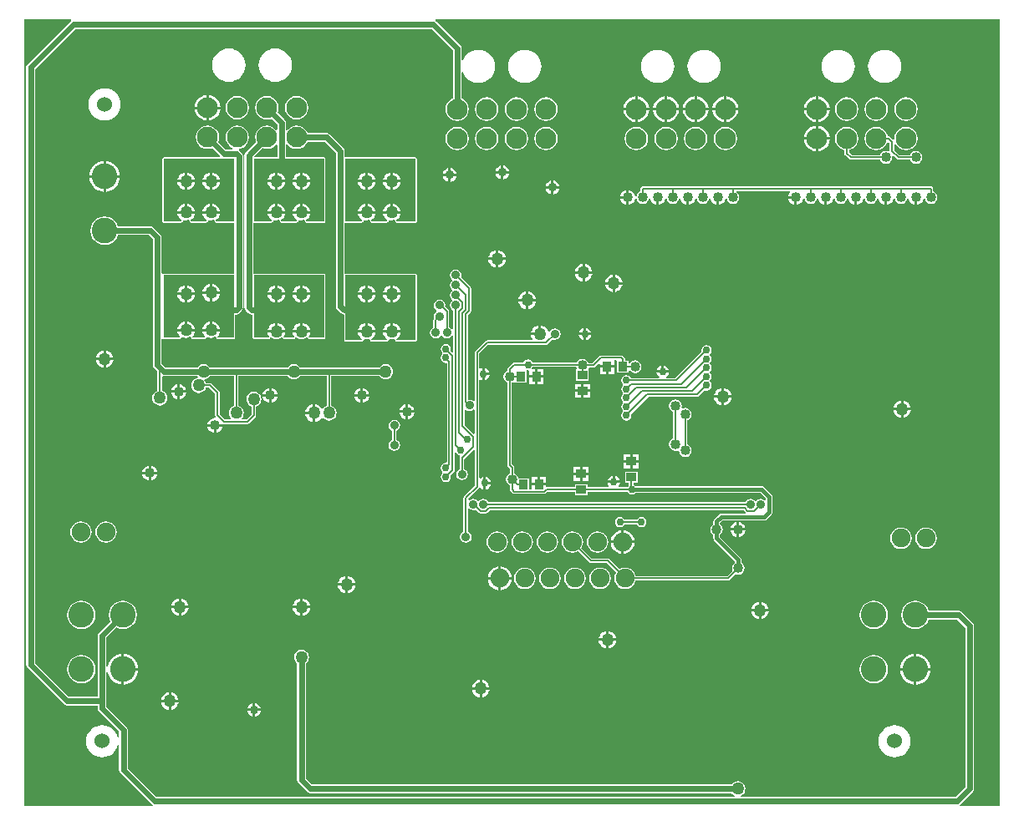
<source format=gbl>
G04*
G04 #@! TF.GenerationSoftware,Altium Limited,CircuitStudio,1.5.2 (30)*
G04*
G04 Layer_Physical_Order=2*
G04 Layer_Color=12500520*
%FSLAX25Y25*%
%MOIN*%
G70*
G01*
G75*
%ADD10R,0.03937X0.03543*%
%ADD18R,0.03543X0.03937*%
%ADD31C,0.00800*%
%ADD32C,0.02400*%
%ADD33C,0.01600*%
%ADD36C,0.07480*%
%ADD37C,0.10236*%
%ADD38C,0.06000*%
%ADD39C,0.08268*%
%ADD40C,0.03000*%
%ADD41C,0.05000*%
%ADD42C,0.03500*%
%ADD43C,0.04000*%
%ADD44C,0.03400*%
G36*
X119185Y414000D02*
X118774Y413726D01*
X101774Y396726D01*
X101399Y396163D01*
X101267Y395500D01*
Y157000D01*
X101399Y156337D01*
X101774Y155774D01*
X116274Y141274D01*
X116837Y140899D01*
X117500Y140767D01*
X129767D01*
Y139500D01*
X129899Y138837D01*
X130274Y138274D01*
X138267Y130282D01*
Y127966D01*
X137767Y127892D01*
X137447Y128947D01*
X136852Y130060D01*
X136051Y131035D01*
X135076Y131836D01*
X133963Y132431D01*
X132756Y132797D01*
X131500Y132921D01*
X130244Y132797D01*
X129037Y132431D01*
X127924Y131836D01*
X126949Y131035D01*
X126148Y130060D01*
X125553Y128947D01*
X125187Y127740D01*
X125064Y126484D01*
X125187Y125229D01*
X125553Y124021D01*
X126148Y122908D01*
X126949Y121933D01*
X127924Y121133D01*
X129037Y120538D01*
X130244Y120171D01*
X131500Y120048D01*
X132756Y120171D01*
X133963Y120538D01*
X135076Y121133D01*
X136051Y121933D01*
X136852Y122908D01*
X137447Y124021D01*
X137767Y125076D01*
X138267Y125002D01*
Y115000D01*
X138399Y114337D01*
X138774Y113774D01*
X151274Y101274D01*
X151685Y101000D01*
X151533Y100500D01*
X100500D01*
Y414500D01*
X119033D01*
X119185Y414000D01*
D02*
G37*
G36*
X489500Y100500D02*
X473467D01*
X473315Y101000D01*
X473726Y101274D01*
X478726Y106274D01*
X479101Y106837D01*
X479233Y107500D01*
Y172500D01*
X479233Y172500D01*
X479101Y173163D01*
X478726Y173726D01*
X474348Y178104D01*
X473785Y178479D01*
X473122Y178611D01*
X461131D01*
X460675Y179711D01*
X459775Y180885D01*
X458601Y181785D01*
X457234Y182352D01*
X455768Y182545D01*
X454301Y182352D01*
X452934Y181785D01*
X451761Y180885D01*
X450860Y179711D01*
X450294Y178345D01*
X450101Y176878D01*
X450294Y175411D01*
X450860Y174045D01*
X451761Y172871D01*
X452934Y171970D01*
X454301Y171404D01*
X455768Y171211D01*
X457234Y171404D01*
X458601Y171970D01*
X459775Y172871D01*
X460675Y174045D01*
X461131Y175145D01*
X472404D01*
X475767Y171782D01*
Y108218D01*
X471782Y104233D01*
X386260D01*
X386160Y104733D01*
X386513Y104879D01*
X387140Y105360D01*
X387620Y105987D01*
X387923Y106717D01*
X388026Y107500D01*
X387923Y108283D01*
X387620Y109013D01*
X387140Y109640D01*
X386513Y110120D01*
X385783Y110423D01*
X385000Y110526D01*
X384217Y110423D01*
X383487Y110120D01*
X382860Y109640D01*
X382549Y109233D01*
X215218D01*
X212733Y111718D01*
Y157549D01*
X213140Y157860D01*
X213620Y158487D01*
X213923Y159217D01*
X214026Y160000D01*
X213923Y160783D01*
X213620Y161513D01*
X213140Y162140D01*
X212513Y162620D01*
X211783Y162923D01*
X211000Y163026D01*
X210217Y162923D01*
X209487Y162620D01*
X208860Y162140D01*
X208380Y161513D01*
X208077Y160783D01*
X207974Y160000D01*
X208077Y159217D01*
X208380Y158487D01*
X208860Y157860D01*
X209267Y157549D01*
Y111000D01*
X209399Y110337D01*
X209774Y109774D01*
X213274Y106274D01*
X213837Y105899D01*
X214500Y105767D01*
X382549D01*
X382860Y105360D01*
X383487Y104879D01*
X383840Y104733D01*
X383740Y104233D01*
X153218D01*
X141733Y115718D01*
Y131000D01*
X141733Y131000D01*
X141601Y131663D01*
X141477Y131850D01*
X141226Y132226D01*
X141226Y132226D01*
X133233Y140218D01*
Y142500D01*
Y154050D01*
X133733Y154074D01*
X133738Y154025D01*
X134088Y152872D01*
X134656Y151809D01*
X135421Y150877D01*
X136352Y150113D01*
X137415Y149545D01*
X138568Y149195D01*
X139268Y149126D01*
Y155224D01*
Y161323D01*
X138568Y161254D01*
X137415Y160904D01*
X136352Y160336D01*
X135421Y159572D01*
X134656Y158640D01*
X134088Y157577D01*
X133738Y156424D01*
X133733Y156375D01*
X133233Y156399D01*
Y167892D01*
X137201Y171860D01*
X138301Y171404D01*
X139768Y171211D01*
X141234Y171404D01*
X142601Y171970D01*
X143775Y172871D01*
X144675Y174045D01*
X145241Y175411D01*
X145434Y176878D01*
X145241Y178345D01*
X144675Y179711D01*
X143775Y180885D01*
X142601Y181785D01*
X141234Y182352D01*
X139768Y182545D01*
X138301Y182352D01*
X136934Y181785D01*
X135761Y180885D01*
X134860Y179711D01*
X134294Y178345D01*
X134101Y176878D01*
X134294Y175411D01*
X134750Y174311D01*
X130274Y169836D01*
X129899Y169273D01*
X129767Y168610D01*
Y144233D01*
X118218D01*
X104733Y157718D01*
Y394782D01*
X120718Y410767D01*
X262782D01*
X271334Y402215D01*
Y383109D01*
X270730Y382859D01*
X269762Y382116D01*
X269019Y381148D01*
X268552Y380021D01*
X268393Y378811D01*
X268552Y377601D01*
X269019Y376474D01*
X269762Y375506D01*
X270730Y374763D01*
X271857Y374296D01*
X273067Y374137D01*
X274277Y374296D01*
X275404Y374763D01*
X276372Y375506D01*
X277115Y376474D01*
X277582Y377601D01*
X277741Y378811D01*
X277582Y380021D01*
X277115Y381148D01*
X276372Y382116D01*
X275404Y382859D01*
X274800Y383109D01*
Y393412D01*
X275300Y393486D01*
X275363Y393280D01*
X275976Y392133D01*
X276801Y391128D01*
X277806Y390303D01*
X278953Y389690D01*
X280198Y389312D01*
X281492Y389185D01*
X282786Y389312D01*
X284031Y389690D01*
X285178Y390303D01*
X286183Y391128D01*
X287008Y392133D01*
X287621Y393280D01*
X287999Y394525D01*
X288126Y395819D01*
X287999Y397113D01*
X287621Y398358D01*
X287008Y399505D01*
X286183Y400510D01*
X285178Y401335D01*
X284031Y401948D01*
X282786Y402326D01*
X281492Y402453D01*
X280198Y402326D01*
X278953Y401948D01*
X277806Y401335D01*
X276801Y400510D01*
X275976Y399505D01*
X275363Y398358D01*
X275300Y398151D01*
X274800Y398226D01*
Y402933D01*
X274668Y403596D01*
X274293Y404159D01*
X264726Y413726D01*
X264315Y414000D01*
X264467Y414500D01*
X489500D01*
Y100500D01*
D02*
G37*
%LPC*%
G36*
X339500Y210715D02*
Y206500D01*
X343715D01*
X343618Y207237D01*
X343141Y208390D01*
X342381Y209381D01*
X341390Y210140D01*
X340237Y210618D01*
X339500Y210715D01*
D02*
G37*
G36*
X338500D02*
X337763Y210618D01*
X336610Y210140D01*
X335619Y209381D01*
X334859Y208390D01*
X334382Y207237D01*
X334285Y206500D01*
X338500D01*
Y210715D01*
D02*
G37*
G36*
X133000Y214277D02*
X131893Y214131D01*
X130862Y213704D01*
X129976Y213024D01*
X129296Y212138D01*
X128869Y211107D01*
X128723Y210000D01*
X128869Y208893D01*
X129296Y207862D01*
X129976Y206976D01*
X130862Y206296D01*
X131893Y205869D01*
X133000Y205723D01*
X134107Y205869D01*
X135138Y206296D01*
X136024Y206976D01*
X136704Y207862D01*
X137131Y208893D01*
X137277Y210000D01*
X137131Y211107D01*
X136704Y212138D01*
X136024Y213024D01*
X135138Y213704D01*
X134107Y214131D01*
X133000Y214277D01*
D02*
G37*
G36*
X272500Y314794D02*
X271622Y314619D01*
X270878Y314122D01*
X270380Y313378D01*
X270206Y312500D01*
X270380Y311622D01*
X270878Y310878D01*
X271069Y310750D01*
Y310250D01*
X270878Y310122D01*
X270380Y309378D01*
X270206Y308500D01*
X270380Y307622D01*
X270878Y306878D01*
X271069Y306750D01*
Y306250D01*
X270878Y306122D01*
X270380Y305378D01*
X270206Y304500D01*
X270380Y303622D01*
X270878Y302878D01*
X271069Y302750D01*
Y302250D01*
X270878Y302122D01*
X270380Y301378D01*
X270206Y300500D01*
X270380Y299622D01*
X270878Y298878D01*
X271582Y298407D01*
Y290800D01*
X271488Y290726D01*
X270816Y290832D01*
X270622Y291122D01*
X269918Y291593D01*
Y298000D01*
X269859Y298293D01*
X269848Y298351D01*
X269649Y298649D01*
X268212Y300086D01*
X268294Y300500D01*
X268120Y301378D01*
X267622Y302122D01*
X266878Y302620D01*
X266000Y302794D01*
X265122Y302620D01*
X264378Y302122D01*
X263880Y301378D01*
X263706Y300500D01*
X263880Y299622D01*
X264378Y298878D01*
X264880Y298542D01*
Y297958D01*
X264378Y297622D01*
X263880Y296878D01*
X263706Y296000D01*
X263871Y295169D01*
X263851Y295149D01*
X263652Y294851D01*
X263582Y294500D01*
Y291593D01*
X262878Y291122D01*
X262381Y290378D01*
X262206Y289500D01*
X262381Y288622D01*
X262878Y287878D01*
X263622Y287381D01*
X264500Y287206D01*
X265378Y287381D01*
X266122Y287878D01*
X266458Y288380D01*
X267042D01*
X267378Y287878D01*
X268122Y287381D01*
X269000Y287206D01*
X269878Y287381D01*
X270622Y287878D01*
X270816Y288168D01*
X271488Y288274D01*
X271582Y288200D01*
Y281869D01*
X271120Y281677D01*
X270416Y282382D01*
X270539Y283000D01*
X270384Y283780D01*
X269942Y284442D01*
X269280Y284884D01*
X268500Y285039D01*
X267720Y284884D01*
X267058Y284442D01*
X266616Y283780D01*
X266461Y283000D01*
X266616Y282220D01*
X267058Y281558D01*
X267145Y281500D01*
Y281000D01*
X267058Y280942D01*
X266616Y280280D01*
X266461Y279500D01*
X266616Y278720D01*
X267058Y278058D01*
X267720Y277616D01*
X268500Y277461D01*
X268596Y277480D01*
X268982Y277163D01*
Y237837D01*
X268596Y237520D01*
X268500Y237539D01*
X267720Y237384D01*
X267058Y236942D01*
X266616Y236280D01*
X266461Y235500D01*
X266616Y234720D01*
X267058Y234058D01*
X267145Y234000D01*
Y233500D01*
X267058Y233442D01*
X266616Y232780D01*
X266461Y232000D01*
X266616Y231220D01*
X267058Y230558D01*
X267720Y230116D01*
X268500Y229961D01*
X269280Y230116D01*
X269942Y230558D01*
X270384Y231220D01*
X270539Y232000D01*
X270416Y232618D01*
X271849Y234051D01*
X272048Y234349D01*
X272118Y234700D01*
Y241662D01*
X272616Y241720D01*
X273058Y241058D01*
X273720Y240616D01*
X274046Y240551D01*
X274132Y240438D01*
X274252Y240000D01*
X274152Y239851D01*
X274082Y239500D01*
Y235093D01*
X273378Y234622D01*
X272881Y233878D01*
X272706Y233000D01*
X272881Y232122D01*
X273378Y231378D01*
X274122Y230880D01*
X275000Y230706D01*
X275878Y230880D01*
X276622Y231378D01*
X277119Y232122D01*
X277294Y233000D01*
X277119Y233878D01*
X276622Y234622D01*
X275918Y235093D01*
Y239120D01*
X279582Y242785D01*
X280082Y242578D01*
Y228380D01*
X275851Y224149D01*
X275652Y223851D01*
X275582Y223500D01*
Y210093D01*
X274878Y209622D01*
X274380Y208878D01*
X274206Y208000D01*
X274380Y207122D01*
X274878Y206378D01*
X275622Y205880D01*
X276500Y205706D01*
X277378Y205880D01*
X278122Y206378D01*
X278620Y207122D01*
X278794Y208000D01*
X278620Y208878D01*
X278122Y209622D01*
X277418Y210093D01*
Y219235D01*
X277918Y219351D01*
X278622Y218881D01*
X279500Y218706D01*
X280378Y218881D01*
X280496Y218959D01*
X281753Y217701D01*
X282051Y217502D01*
X282402Y217432D01*
X284598D01*
X284949Y217502D01*
X285246Y217701D01*
X286128Y218582D01*
X387372D01*
X388129Y217826D01*
X387957Y217335D01*
X387949Y217325D01*
X378335D01*
X377828Y217225D01*
X377398Y216937D01*
X375563Y215102D01*
X375275Y214672D01*
X375174Y214165D01*
Y213121D01*
X374698Y212802D01*
X374145Y211976D01*
X373951Y211000D01*
X374145Y210024D01*
X374698Y209198D01*
X375174Y208879D01*
Y207500D01*
X375275Y206993D01*
X375563Y206563D01*
X383852Y198274D01*
Y197621D01*
X383375Y197302D01*
X382822Y196476D01*
X382628Y195500D01*
X382822Y194525D01*
X382855Y194475D01*
X380797Y192418D01*
X344156D01*
X344131Y192607D01*
X343704Y193638D01*
X343024Y194524D01*
X342138Y195204D01*
X341107Y195631D01*
X340000Y195777D01*
X338893Y195631D01*
X337862Y195204D01*
X337710Y195088D01*
X333649Y199149D01*
X333351Y199348D01*
X333000Y199418D01*
X326880D01*
X322588Y203710D01*
X322704Y203862D01*
X323131Y204893D01*
X323277Y206000D01*
X323131Y207107D01*
X322704Y208138D01*
X322024Y209024D01*
X321138Y209704D01*
X320107Y210131D01*
X319000Y210277D01*
X317893Y210131D01*
X316862Y209704D01*
X315976Y209024D01*
X315296Y208138D01*
X314869Y207107D01*
X314723Y206000D01*
X314869Y204893D01*
X315296Y203862D01*
X315976Y202976D01*
X316862Y202296D01*
X317893Y201869D01*
X319000Y201723D01*
X320107Y201869D01*
X321138Y202296D01*
X321290Y202412D01*
X325851Y197851D01*
X326149Y197652D01*
X326500Y197582D01*
X332620D01*
X336412Y193790D01*
X336296Y193638D01*
X335869Y192607D01*
X335723Y191500D01*
X335869Y190393D01*
X336296Y189362D01*
X336976Y188476D01*
X337862Y187796D01*
X338893Y187369D01*
X340000Y187223D01*
X341107Y187369D01*
X342138Y187796D01*
X343024Y188476D01*
X343704Y189362D01*
X344131Y190393D01*
X344156Y190582D01*
X381177D01*
X381528Y190652D01*
X381826Y190851D01*
X384153Y193178D01*
X384202Y193145D01*
X385177Y192951D01*
X386153Y193145D01*
X386980Y193698D01*
X387532Y194525D01*
X387726Y195500D01*
X387532Y196476D01*
X386980Y197302D01*
X386503Y197621D01*
Y198823D01*
X386402Y199330D01*
X386114Y199760D01*
X377825Y208049D01*
Y208879D01*
X378302Y209198D01*
X378855Y210024D01*
X379049Y211000D01*
X378855Y211976D01*
X378302Y212802D01*
X377825Y213121D01*
Y213616D01*
X378884Y214674D01*
X395500D01*
X396007Y214775D01*
X396437Y215063D01*
X398437Y217063D01*
X398725Y217493D01*
X398826Y218000D01*
Y224000D01*
X398725Y224507D01*
X398437Y224937D01*
X395437Y227937D01*
X395007Y228225D01*
X394500Y228326D01*
X344264D01*
X344186Y228442D01*
X343525Y228884D01*
X343418Y228905D01*
Y229579D01*
X344969D01*
Y234122D01*
X340032D01*
Y229579D01*
X341582D01*
Y228629D01*
X341302Y228442D01*
X340952Y227918D01*
X337715D01*
X337449Y228418D01*
X337855Y229025D01*
X337949Y229500D01*
X333050D01*
X333145Y229025D01*
X333551Y228418D01*
X333285Y227918D01*
X324969D01*
Y229122D01*
X320031D01*
Y227918D01*
X308663D01*
X308421Y228116D01*
Y228500D01*
X305650D01*
X302878D01*
Y227049D01*
X301622D01*
Y231469D01*
X297456D01*
X297355Y231976D01*
X296802Y232802D01*
X295975Y233355D01*
X295918Y233366D01*
Y235500D01*
X295859Y235793D01*
X295848Y235851D01*
X295649Y236149D01*
X294918Y236880D01*
Y269634D01*
X294975Y269645D01*
X295579Y270048D01*
X296079Y269781D01*
Y269531D01*
X300622D01*
Y274101D01*
X300622Y274101D01*
Y274133D01*
Y274134D01*
D01*
Y274250D01*
X300622Y274312D01*
Y274366D01*
X300624Y274368D01*
X300626Y274371D01*
X300630Y274375D01*
X300632Y274378D01*
X300844Y274636D01*
X301312Y274750D01*
X301491Y274786D01*
X301878Y274468D01*
Y272500D01*
X304150D01*
Y274969D01*
X302999D01*
X302810Y275468D01*
X303076Y275866D01*
X320577D01*
X320645Y275524D01*
X320761Y275351D01*
X320532Y274921D01*
X320532D01*
X320532Y274921D01*
Y270378D01*
X325468D01*
Y274921D01*
X325468Y274921D01*
X325468D01*
X325572Y275399D01*
X325682Y275582D01*
X327500D01*
X327851Y275652D01*
X328149Y275851D01*
X329617Y277319D01*
X330079Y277128D01*
Y276500D01*
X332850D01*
X335622D01*
Y278582D01*
X336425D01*
X336878Y278468D01*
Y273532D01*
X341421D01*
Y274460D01*
X341921Y274611D01*
X342198Y274198D01*
X343024Y273645D01*
X344000Y273451D01*
X344975Y273645D01*
X345802Y274198D01*
X346355Y275025D01*
X346549Y276000D01*
X346355Y276975D01*
X345802Y277802D01*
X344975Y278355D01*
X344000Y278549D01*
X343024Y278355D01*
X342198Y277802D01*
X341921Y277389D01*
X341421Y277540D01*
Y278468D01*
X340067D01*
Y278850D01*
X339997Y279202D01*
X339798Y279499D01*
X339149Y280149D01*
X338851Y280348D01*
X338500Y280418D01*
X330500D01*
X330149Y280348D01*
X329851Y280149D01*
X327120Y277418D01*
X325366D01*
X325355Y277476D01*
X324802Y278302D01*
X323975Y278855D01*
X323000Y279049D01*
X322024Y278855D01*
X321198Y278302D01*
X320796Y277701D01*
X303076D01*
X302725Y278225D01*
X302064Y278667D01*
X301284Y278823D01*
X300503Y278667D01*
X299841Y278225D01*
X299491Y277701D01*
X295783D01*
X295491Y277643D01*
X295432Y277631D01*
X295135Y277432D01*
X293351Y275649D01*
X293152Y275351D01*
X293082Y275000D01*
Y274366D01*
X293024Y274355D01*
X292198Y273802D01*
X291645Y272975D01*
X291451Y272000D01*
X291645Y271024D01*
X292198Y270198D01*
X293024Y269645D01*
X293082Y269634D01*
Y236500D01*
X293152Y236149D01*
X293351Y235851D01*
X294082Y235120D01*
Y233366D01*
X294024Y233355D01*
X293198Y232802D01*
X292645Y231976D01*
X292451Y231000D01*
X292645Y230025D01*
X293198Y229198D01*
X294024Y228645D01*
X294082Y228634D01*
Y227000D01*
X294152Y226649D01*
X294351Y226351D01*
X295220Y225483D01*
X295517Y225284D01*
X295868Y225214D01*
X307794D01*
X308145Y225284D01*
X308443Y225483D01*
X309043Y226082D01*
X320031D01*
Y224579D01*
X324969D01*
Y226082D01*
X340952D01*
X341302Y225558D01*
X341964Y225116D01*
X342744Y224961D01*
X343525Y225116D01*
X344186Y225558D01*
X344264Y225675D01*
X393951D01*
X396175Y223451D01*
Y222695D01*
X395674Y222544D01*
X395622Y222622D01*
X394878Y223119D01*
X394000Y223294D01*
X393122Y223119D01*
X392378Y222622D01*
X392250Y222431D01*
X391750D01*
X391622Y222622D01*
X390878Y223119D01*
X390000Y223294D01*
X389122Y223119D01*
X388378Y222622D01*
X387907Y221918D01*
X285593D01*
X285122Y222622D01*
X284378Y223119D01*
X283500Y223294D01*
X282622Y223119D01*
X281878Y222622D01*
X281750Y222431D01*
X281250D01*
X281122Y222622D01*
X280378Y223119D01*
X279500Y223294D01*
X278622Y223119D01*
X278132Y222792D01*
X277592Y222993D01*
X277546Y223248D01*
X281649Y227351D01*
X281738Y227485D01*
X282048Y227628D01*
X282347Y227597D01*
X283025Y227145D01*
X283500Y227050D01*
Y229500D01*
Y231949D01*
X283025Y231855D01*
X282418Y231449D01*
X281918Y231715D01*
Y270520D01*
X282359Y270756D01*
X282524Y270645D01*
X283000Y270550D01*
Y273000D01*
Y275449D01*
X282524Y275355D01*
X282359Y275244D01*
X281918Y275480D01*
Y281220D01*
X285380Y284682D01*
X308600D01*
X308951Y284752D01*
X309249Y284951D01*
X311169Y286871D01*
X312000Y286706D01*
X312878Y286880D01*
X313622Y287378D01*
X314120Y288122D01*
X314294Y289000D01*
X314120Y289878D01*
X313622Y290622D01*
X312878Y291120D01*
X312000Y291294D01*
X311122Y291120D01*
X310378Y290622D01*
X309913Y289926D01*
X309608Y289906D01*
X309388Y289966D01*
X309057Y290765D01*
X308496Y291496D01*
X307765Y292057D01*
X306914Y292410D01*
X306500Y292464D01*
Y289000D01*
X306000D01*
Y288500D01*
X302536D01*
X302590Y288086D01*
X302943Y287235D01*
X303149Y286966D01*
X302928Y286518D01*
X285000D01*
X284707Y286459D01*
X284649Y286448D01*
X284351Y286249D01*
X280351Y282249D01*
X280152Y281951D01*
X280082Y281600D01*
Y262265D01*
X279582Y262149D01*
X278878Y262619D01*
X278000Y262794D01*
X277704Y262735D01*
X277318Y263052D01*
Y296543D01*
X278399Y297624D01*
X278598Y297922D01*
X278668Y298273D01*
Y307250D01*
X278598Y307601D01*
X278399Y307899D01*
X274629Y311669D01*
X274794Y312500D01*
X274620Y313378D01*
X274122Y314122D01*
X273378Y314619D01*
X272500Y314794D01*
D02*
G37*
G36*
X384500Y213960D02*
X384217Y213923D01*
X383487Y213620D01*
X382860Y213140D01*
X382380Y212513D01*
X382077Y211783D01*
X382040Y211500D01*
X384500D01*
Y213960D01*
D02*
G37*
G36*
X387960Y210500D02*
X385500D01*
Y208040D01*
X385783Y208077D01*
X386513Y208380D01*
X387140Y208860D01*
X387620Y209487D01*
X387923Y210217D01*
X387960Y210500D01*
D02*
G37*
G36*
X384500D02*
X382040D01*
X382077Y210217D01*
X382380Y209487D01*
X382860Y208860D01*
X383487Y208380D01*
X384217Y208077D01*
X384500Y208040D01*
Y210500D01*
D02*
G37*
G36*
X304464Y302000D02*
X301500D01*
Y299036D01*
X301914Y299090D01*
X302765Y299443D01*
X303496Y300004D01*
X304057Y300735D01*
X304410Y301586D01*
X304464Y302000D01*
D02*
G37*
G36*
X460000Y211777D02*
X458893Y211631D01*
X457862Y211204D01*
X456976Y210524D01*
X456296Y209638D01*
X455869Y208607D01*
X455723Y207500D01*
X455869Y206393D01*
X456296Y205362D01*
X456976Y204476D01*
X457862Y203796D01*
X458893Y203369D01*
X460000Y203223D01*
X461107Y203369D01*
X462138Y203796D01*
X463024Y204476D01*
X463704Y205362D01*
X464131Y206393D01*
X464277Y207500D01*
X464131Y208607D01*
X463704Y209638D01*
X463024Y210524D01*
X462138Y211204D01*
X461107Y211631D01*
X460000Y211777D01*
D02*
G37*
G36*
X450000D02*
X448893Y211631D01*
X447862Y211204D01*
X446976Y210524D01*
X446296Y209638D01*
X445869Y208607D01*
X445723Y207500D01*
X445869Y206393D01*
X446296Y205362D01*
X446976Y204476D01*
X447862Y203796D01*
X448893Y203369D01*
X450000Y203223D01*
X451107Y203369D01*
X452138Y203796D01*
X453024Y204476D01*
X453704Y205362D01*
X454131Y206393D01*
X454277Y207500D01*
X454131Y208607D01*
X453704Y209638D01*
X453024Y210524D01*
X452138Y211204D01*
X451107Y211631D01*
X450000Y211777D01*
D02*
G37*
G36*
X300500Y302000D02*
X297536D01*
X297590Y301586D01*
X297943Y300735D01*
X298504Y300004D01*
X299235Y299443D01*
X300086Y299090D01*
X300500Y299036D01*
Y302000D01*
D02*
G37*
G36*
X123000Y214277D02*
X121893Y214131D01*
X120862Y213704D01*
X119976Y213024D01*
X119296Y212138D01*
X118869Y211107D01*
X118723Y210000D01*
X118869Y208893D01*
X119296Y207862D01*
X119976Y206976D01*
X120862Y206296D01*
X121893Y205869D01*
X123000Y205723D01*
X124107Y205869D01*
X125138Y206296D01*
X126024Y206976D01*
X126704Y207862D01*
X127131Y208893D01*
X127277Y210000D01*
X127131Y211107D01*
X126704Y212138D01*
X126024Y213024D01*
X125138Y213704D01*
X124107Y214131D01*
X123000Y214277D01*
D02*
G37*
G36*
X309000Y210277D02*
X307893Y210131D01*
X306862Y209704D01*
X305976Y209024D01*
X305296Y208138D01*
X304869Y207107D01*
X304723Y206000D01*
X304869Y204893D01*
X305296Y203862D01*
X305976Y202976D01*
X306862Y202296D01*
X307893Y201869D01*
X309000Y201723D01*
X310107Y201869D01*
X311138Y202296D01*
X312024Y202976D01*
X312704Y203862D01*
X313131Y204893D01*
X313277Y206000D01*
X313131Y207107D01*
X312704Y208138D01*
X312024Y209024D01*
X311138Y209704D01*
X310107Y210131D01*
X309000Y210277D01*
D02*
G37*
G36*
X329000D02*
X327893Y210131D01*
X326862Y209704D01*
X325976Y209024D01*
X325296Y208138D01*
X324869Y207107D01*
X324723Y206000D01*
X324869Y204893D01*
X325296Y203862D01*
X325976Y202976D01*
X326862Y202296D01*
X327893Y201869D01*
X329000Y201723D01*
X330107Y201869D01*
X331138Y202296D01*
X332024Y202976D01*
X332704Y203862D01*
X333131Y204893D01*
X333277Y206000D01*
X333131Y207107D01*
X332704Y208138D01*
X332024Y209024D01*
X331138Y209704D01*
X330107Y210131D01*
X329000Y210277D01*
D02*
G37*
G36*
X323500Y288500D02*
X321550D01*
X321645Y288024D01*
X322198Y287198D01*
X323025Y286645D01*
X323500Y286550D01*
Y288500D01*
D02*
G37*
G36*
X326449D02*
X324500D01*
Y286550D01*
X324975Y286645D01*
X325802Y287198D01*
X326355Y288024D01*
X326449Y288500D01*
D02*
G37*
G36*
X305500Y292464D02*
X305086Y292410D01*
X304235Y292057D01*
X303504Y291496D01*
X302943Y290765D01*
X302590Y289914D01*
X302536Y289500D01*
X305500D01*
Y292464D01*
D02*
G37*
G36*
X133000Y282464D02*
Y279500D01*
X135964D01*
X135910Y279914D01*
X135557Y280765D01*
X134996Y281496D01*
X134265Y282057D01*
X133414Y282410D01*
X133000Y282464D01*
D02*
G37*
G36*
X132000Y278500D02*
X129036D01*
X129090Y278086D01*
X129443Y277235D01*
X130004Y276504D01*
X130735Y275943D01*
X131586Y275590D01*
X132000Y275536D01*
Y278500D01*
D02*
G37*
G36*
X135964D02*
X133000D01*
Y275536D01*
X133414Y275590D01*
X134265Y275943D01*
X134996Y276504D01*
X135557Y277235D01*
X135910Y278086D01*
X135964Y278500D01*
D02*
G37*
G36*
X132000Y282464D02*
X131586Y282410D01*
X130735Y282057D01*
X130004Y281496D01*
X129443Y280765D01*
X129090Y279914D01*
X129036Y279500D01*
X132000D01*
Y282464D01*
D02*
G37*
G36*
X286450Y229000D02*
X284500D01*
Y227050D01*
X284976Y227145D01*
X285802Y227698D01*
X286355Y228524D01*
X286450Y229000D01*
D02*
G37*
G36*
X346500Y216039D02*
X345720Y215884D01*
X345058Y215442D01*
X344708Y214918D01*
X339792D01*
X339442Y215442D01*
X338780Y215884D01*
X338000Y216039D01*
X337220Y215884D01*
X336558Y215442D01*
X336116Y214780D01*
X335961Y214000D01*
X336116Y213220D01*
X336558Y212558D01*
X337220Y212116D01*
X338000Y211961D01*
X338780Y212116D01*
X339442Y212558D01*
X339792Y213082D01*
X344708D01*
X345058Y212558D01*
X345720Y212116D01*
X346500Y211961D01*
X347280Y212116D01*
X347942Y212558D01*
X348384Y213220D01*
X348539Y214000D01*
X348384Y214780D01*
X347942Y215442D01*
X347280Y215884D01*
X346500Y216039D01*
D02*
G37*
G36*
X385500Y213960D02*
Y211500D01*
X387960D01*
X387923Y211783D01*
X387620Y212513D01*
X387140Y213140D01*
X386513Y213620D01*
X385783Y213923D01*
X385500Y213960D01*
D02*
G37*
G36*
X305150Y231968D02*
X302878D01*
Y229500D01*
X305150D01*
Y231968D01*
D02*
G37*
G36*
X323500Y291449D02*
X323025Y291355D01*
X322198Y290802D01*
X321645Y289976D01*
X321550Y289500D01*
X323500D01*
Y291449D01*
D02*
G37*
G36*
X324500D02*
Y289500D01*
X326449D01*
X326355Y289976D01*
X325802Y290802D01*
X324975Y291355D01*
X324500Y291449D01*
D02*
G37*
G36*
X308421Y231968D02*
X306150D01*
Y229500D01*
X308421D01*
Y231968D01*
D02*
G37*
G36*
X299000Y210277D02*
X297893Y210131D01*
X296862Y209704D01*
X295976Y209024D01*
X295296Y208138D01*
X294869Y207107D01*
X294723Y206000D01*
X294869Y204893D01*
X295296Y203862D01*
X295976Y202976D01*
X296862Y202296D01*
X297893Y201869D01*
X299000Y201723D01*
X300107Y201869D01*
X301138Y202296D01*
X302024Y202976D01*
X302704Y203862D01*
X303131Y204893D01*
X303277Y206000D01*
X303131Y207107D01*
X302704Y208138D01*
X302024Y209024D01*
X301138Y209704D01*
X300107Y210131D01*
X299000Y210277D01*
D02*
G37*
G36*
X335000Y308756D02*
X332036D01*
X332090Y308342D01*
X332443Y307491D01*
X333004Y306760D01*
X333735Y306199D01*
X334586Y305846D01*
X335000Y305791D01*
Y308756D01*
D02*
G37*
G36*
X338964D02*
X336000D01*
Y305791D01*
X336414Y305846D01*
X337265Y306199D01*
X337996Y306760D01*
X338557Y307491D01*
X338910Y308342D01*
X338964Y308756D01*
D02*
G37*
G36*
X163000Y183464D02*
Y180500D01*
X165964D01*
X165910Y180914D01*
X165557Y181765D01*
X164996Y182496D01*
X164265Y183057D01*
X163414Y183410D01*
X163000Y183464D01*
D02*
G37*
G36*
X210500D02*
X210086Y183410D01*
X209235Y183057D01*
X208504Y182496D01*
X207943Y181765D01*
X207590Y180914D01*
X207536Y180500D01*
X210500D01*
Y183464D01*
D02*
G37*
G36*
X232464Y188500D02*
X229500D01*
Y185536D01*
X229914Y185590D01*
X230765Y185943D01*
X231496Y186504D01*
X232057Y187235D01*
X232410Y188086D01*
X232464Y188500D01*
D02*
G37*
G36*
X228500D02*
X225536D01*
X225590Y188086D01*
X225943Y187235D01*
X226504Y186504D01*
X227235Y185943D01*
X228086Y185590D01*
X228500Y185536D01*
Y188500D01*
D02*
G37*
G36*
X211500Y183464D02*
Y180500D01*
X214464D01*
X214410Y180914D01*
X214057Y181765D01*
X213496Y182496D01*
X212765Y183057D01*
X211914Y183410D01*
X211500Y183464D01*
D02*
G37*
G36*
X326964Y313000D02*
X324000D01*
Y310036D01*
X324414Y310090D01*
X325265Y310443D01*
X325996Y311004D01*
X326557Y311735D01*
X326910Y312586D01*
X326964Y313000D01*
D02*
G37*
G36*
X323000Y316964D02*
X322586Y316910D01*
X321735Y316557D01*
X321004Y315996D01*
X320443Y315265D01*
X320090Y314414D01*
X320036Y314000D01*
X323000D01*
Y316964D01*
D02*
G37*
G36*
X324000D02*
Y314000D01*
X326964D01*
X326910Y314414D01*
X326557Y315265D01*
X325996Y315996D01*
X325265Y316557D01*
X324414Y316910D01*
X324000Y316964D01*
D02*
G37*
G36*
X323000Y313000D02*
X320036D01*
X320090Y312586D01*
X320443Y311735D01*
X321004Y311004D01*
X321735Y310443D01*
X322586Y310090D01*
X323000Y310036D01*
Y313000D01*
D02*
G37*
G36*
X162000Y183464D02*
X161586Y183410D01*
X160735Y183057D01*
X160004Y182496D01*
X159443Y181765D01*
X159090Y180914D01*
X159036Y180500D01*
X162000D01*
Y183464D01*
D02*
G37*
G36*
X335000Y312720D02*
X334586Y312666D01*
X333735Y312313D01*
X333004Y311752D01*
X332443Y311021D01*
X332090Y310170D01*
X332036Y309756D01*
X335000D01*
Y312720D01*
D02*
G37*
G36*
X336000D02*
Y309756D01*
X338964D01*
X338910Y310170D01*
X338557Y311021D01*
X337996Y311752D01*
X337265Y312313D01*
X336414Y312666D01*
X336000Y312720D01*
D02*
G37*
G36*
X289500Y191000D02*
X285285D01*
X285382Y190263D01*
X285859Y189110D01*
X286619Y188119D01*
X287610Y187359D01*
X288763Y186882D01*
X289500Y186785D01*
Y191000D01*
D02*
G37*
G36*
Y196215D02*
X288763Y196118D01*
X287610Y195641D01*
X286619Y194881D01*
X285859Y193891D01*
X285382Y192737D01*
X285285Y192000D01*
X289500D01*
Y196215D01*
D02*
G37*
G36*
X229500Y192464D02*
Y189500D01*
X232464D01*
X232410Y189914D01*
X232057Y190765D01*
X231496Y191496D01*
X230765Y192057D01*
X229914Y192410D01*
X229500Y192464D01*
D02*
G37*
G36*
X228500D02*
X228086Y192410D01*
X227235Y192057D01*
X226504Y191496D01*
X225943Y190765D01*
X225590Y189914D01*
X225536Y189500D01*
X228500D01*
Y192464D01*
D02*
G37*
G36*
X290500Y196215D02*
Y192000D01*
X294715D01*
X294618Y192737D01*
X294141Y193891D01*
X293381Y194881D01*
X292390Y195641D01*
X291237Y196118D01*
X290500Y196215D01*
D02*
G37*
G36*
X289000Y210277D02*
X287893Y210131D01*
X286862Y209704D01*
X285976Y209024D01*
X285296Y208138D01*
X284869Y207107D01*
X284723Y206000D01*
X284869Y204893D01*
X285296Y203862D01*
X285976Y202976D01*
X286862Y202296D01*
X287893Y201869D01*
X289000Y201723D01*
X290107Y201869D01*
X291138Y202296D01*
X292024Y202976D01*
X292704Y203862D01*
X293131Y204893D01*
X293277Y206000D01*
X293131Y207107D01*
X292704Y208138D01*
X292024Y209024D01*
X291138Y209704D01*
X290107Y210131D01*
X289000Y210277D01*
D02*
G37*
G36*
X343715Y205500D02*
X339500D01*
Y201285D01*
X340237Y201382D01*
X341390Y201859D01*
X342381Y202619D01*
X343141Y203609D01*
X343618Y204763D01*
X343715Y205500D01*
D02*
G37*
G36*
X338500D02*
X334285D01*
X334382Y204763D01*
X334859Y203609D01*
X335619Y202619D01*
X336610Y201859D01*
X337763Y201382D01*
X338500Y201285D01*
Y205500D01*
D02*
G37*
G36*
X310000Y195777D02*
X308893Y195631D01*
X307862Y195204D01*
X306976Y194524D01*
X306296Y193638D01*
X305869Y192607D01*
X305723Y191500D01*
X305869Y190393D01*
X306296Y189362D01*
X306976Y188476D01*
X307862Y187796D01*
X308893Y187369D01*
X310000Y187223D01*
X311107Y187369D01*
X312138Y187796D01*
X313024Y188476D01*
X313704Y189362D01*
X314131Y190393D01*
X314277Y191500D01*
X314131Y192607D01*
X313704Y193638D01*
X313024Y194524D01*
X312138Y195204D01*
X311107Y195631D01*
X310000Y195777D01*
D02*
G37*
G36*
X300000D02*
X298893Y195631D01*
X297862Y195204D01*
X296976Y194524D01*
X296296Y193638D01*
X295869Y192607D01*
X295723Y191500D01*
X295869Y190393D01*
X296296Y189362D01*
X296976Y188476D01*
X297862Y187796D01*
X298893Y187369D01*
X300000Y187223D01*
X301107Y187369D01*
X302138Y187796D01*
X303024Y188476D01*
X303704Y189362D01*
X304131Y190393D01*
X304277Y191500D01*
X304131Y192607D01*
X303704Y193638D01*
X303024Y194524D01*
X302138Y195204D01*
X301107Y195631D01*
X300000Y195777D01*
D02*
G37*
G36*
X294715Y191000D02*
X290500D01*
Y186785D01*
X291237Y186882D01*
X292390Y187359D01*
X293381Y188119D01*
X294141Y189110D01*
X294618Y190263D01*
X294715Y191000D01*
D02*
G37*
G36*
X320000Y195777D02*
X318893Y195631D01*
X317862Y195204D01*
X316976Y194524D01*
X316296Y193638D01*
X315869Y192607D01*
X315723Y191500D01*
X315869Y190393D01*
X316296Y189362D01*
X316976Y188476D01*
X317862Y187796D01*
X318893Y187369D01*
X320000Y187223D01*
X321107Y187369D01*
X322138Y187796D01*
X323024Y188476D01*
X323704Y189362D01*
X324131Y190393D01*
X324277Y191500D01*
X324131Y192607D01*
X323704Y193638D01*
X323024Y194524D01*
X322138Y195204D01*
X321107Y195631D01*
X320000Y195777D01*
D02*
G37*
G36*
X300500Y305964D02*
X300086Y305910D01*
X299235Y305557D01*
X298504Y304996D01*
X297943Y304265D01*
X297590Y303414D01*
X297536Y303000D01*
X300500D01*
Y305964D01*
D02*
G37*
G36*
X301500D02*
Y303000D01*
X304464D01*
X304410Y303414D01*
X304057Y304265D01*
X303496Y304996D01*
X302765Y305557D01*
X301914Y305910D01*
X301500Y305964D01*
D02*
G37*
G36*
X330000Y195777D02*
X328893Y195631D01*
X327862Y195204D01*
X326976Y194524D01*
X326296Y193638D01*
X325869Y192607D01*
X325723Y191500D01*
X325869Y190393D01*
X326296Y189362D01*
X326976Y188476D01*
X327862Y187796D01*
X328893Y187369D01*
X330000Y187223D01*
X331107Y187369D01*
X332138Y187796D01*
X333024Y188476D01*
X333704Y189362D01*
X334131Y190393D01*
X334277Y191500D01*
X334131Y192607D01*
X333704Y193638D01*
X333024Y194524D01*
X332138Y195204D01*
X331107Y195631D01*
X330000Y195777D01*
D02*
G37*
G36*
X215500Y257000D02*
X212536D01*
X212590Y256586D01*
X212943Y255735D01*
X213504Y255004D01*
X214235Y254443D01*
X215086Y254090D01*
X215500Y254036D01*
Y257000D01*
D02*
G37*
G36*
X252500Y257500D02*
X250040D01*
X250077Y257217D01*
X250379Y256487D01*
X250860Y255860D01*
X251487Y255380D01*
X252217Y255077D01*
X252500Y255040D01*
Y257500D01*
D02*
G37*
G36*
X255960D02*
X253500D01*
Y255040D01*
X253783Y255077D01*
X254513Y255380D01*
X255140Y255860D01*
X255621Y256487D01*
X255923Y257217D01*
X255960Y257500D01*
D02*
G37*
G36*
X179460Y252000D02*
X177000D01*
Y249540D01*
X177283Y249577D01*
X178013Y249880D01*
X178640Y250360D01*
X179121Y250987D01*
X179423Y251717D01*
X179460Y252000D01*
D02*
G37*
G36*
X360126Y262923D02*
X359151Y262729D01*
X358324Y262176D01*
X357771Y261350D01*
X357577Y260374D01*
X357771Y259399D01*
X358324Y258572D01*
X359151Y258019D01*
X359208Y258008D01*
Y247392D01*
X359025Y247355D01*
X358198Y246802D01*
X357645Y245975D01*
X357451Y245000D01*
X357645Y244024D01*
X358198Y243198D01*
X359025Y242645D01*
X360000Y242451D01*
X360976Y242645D01*
X361014Y242671D01*
X361475Y242378D01*
X361645Y241525D01*
X362198Y240698D01*
X363024Y240145D01*
X364000Y239951D01*
X364976Y240145D01*
X365802Y240698D01*
X366355Y241525D01*
X366549Y242500D01*
X366355Y243476D01*
X365802Y244302D01*
X364976Y244855D01*
X364918Y244866D01*
Y254634D01*
X364976Y254645D01*
X365802Y255198D01*
X366355Y256025D01*
X366549Y257000D01*
X366355Y257976D01*
X365802Y258802D01*
X364976Y259355D01*
X364000Y259549D01*
X363024Y259355D01*
X362976Y259322D01*
X362526Y259623D01*
X362675Y260374D01*
X362481Y261350D01*
X361928Y262176D01*
X361101Y262729D01*
X360126Y262923D01*
D02*
G37*
G36*
X248000Y254794D02*
X247122Y254620D01*
X246378Y254122D01*
X245881Y253378D01*
X245706Y252500D01*
X245881Y251622D01*
X246378Y250878D01*
X247082Y250407D01*
Y246719D01*
X246378Y246248D01*
X245881Y245504D01*
X245706Y244626D01*
X245881Y243748D01*
X246378Y243004D01*
X247122Y242507D01*
X248000Y242332D01*
X248878Y242507D01*
X249622Y243004D01*
X250119Y243748D01*
X250294Y244626D01*
X250119Y245504D01*
X249622Y246248D01*
X248918Y246719D01*
Y250407D01*
X249622Y250878D01*
X250119Y251622D01*
X250294Y252500D01*
X250119Y253378D01*
X249622Y254122D01*
X248878Y254620D01*
X248000Y254794D01*
D02*
G37*
G36*
X176000Y252000D02*
X173540D01*
X173577Y251717D01*
X173880Y250987D01*
X174360Y250360D01*
X174987Y249880D01*
X175717Y249577D01*
X176000Y249540D01*
Y252000D01*
D02*
G37*
G36*
X253500Y260960D02*
Y258500D01*
X255960D01*
X255923Y258783D01*
X255621Y259513D01*
X255140Y260140D01*
X254513Y260620D01*
X253783Y260923D01*
X253500Y260960D01*
D02*
G37*
G36*
X450000Y262464D02*
X449586Y262410D01*
X448735Y262057D01*
X448004Y261496D01*
X447443Y260765D01*
X447090Y259914D01*
X447036Y259500D01*
X450000D01*
Y262464D01*
D02*
G37*
G36*
X451000D02*
Y259500D01*
X453964D01*
X453910Y259914D01*
X453557Y260765D01*
X452996Y261496D01*
X452265Y262057D01*
X451414Y262410D01*
X451000Y262464D01*
D02*
G37*
G36*
X252500Y260960D02*
X252217Y260923D01*
X251487Y260620D01*
X250860Y260140D01*
X250379Y259513D01*
X250077Y258783D01*
X250040Y258500D01*
X252500D01*
Y260960D01*
D02*
G37*
G36*
X450000Y258500D02*
X447036D01*
X447090Y258086D01*
X447443Y257235D01*
X448004Y256504D01*
X448735Y255943D01*
X449586Y255590D01*
X450000Y255536D01*
Y258500D01*
D02*
G37*
G36*
X453964D02*
X451000D01*
Y255536D01*
X451414Y255590D01*
X452265Y255943D01*
X452996Y256504D01*
X453557Y257235D01*
X453910Y258086D01*
X453964Y258500D01*
D02*
G37*
G36*
X215500Y260964D02*
X215086Y260910D01*
X214235Y260557D01*
X213504Y259996D01*
X212943Y259265D01*
X212590Y258414D01*
X212536Y258000D01*
X215500D01*
Y260964D01*
D02*
G37*
G36*
X345468Y240921D02*
X343000D01*
Y238650D01*
X345468D01*
Y240921D01*
D02*
G37*
G36*
X336000Y232450D02*
Y230500D01*
X337949D01*
X337855Y230976D01*
X337302Y231802D01*
X336475Y232355D01*
X336000Y232450D01*
D02*
G37*
G36*
X150000Y233000D02*
X147540D01*
X147577Y232717D01*
X147880Y231987D01*
X148360Y231360D01*
X148987Y230879D01*
X149717Y230577D01*
X150000Y230540D01*
Y233000D01*
D02*
G37*
G36*
X153460D02*
X151000D01*
Y230540D01*
X151283Y230577D01*
X152013Y230879D01*
X152640Y231360D01*
X153121Y231987D01*
X153423Y232717D01*
X153460Y233000D01*
D02*
G37*
G36*
X335000Y232450D02*
X334524Y232355D01*
X333698Y231802D01*
X333145Y230976D01*
X333050Y230500D01*
X335000D01*
Y232450D01*
D02*
G37*
G36*
X284500Y231949D02*
Y230000D01*
X286450D01*
X286355Y230475D01*
X285802Y231302D01*
X284976Y231855D01*
X284500Y231949D01*
D02*
G37*
G36*
X322000Y232650D02*
X319531D01*
Y230378D01*
X322000D01*
Y232650D01*
D02*
G37*
G36*
X325468D02*
X323000D01*
Y230378D01*
X325468D01*
Y232650D01*
D02*
G37*
G36*
X342000Y237650D02*
X339531D01*
Y235378D01*
X342000D01*
Y237650D01*
D02*
G37*
G36*
X345468D02*
X343000D01*
Y235378D01*
X345468D01*
Y237650D01*
D02*
G37*
G36*
X342000Y240921D02*
X339531D01*
Y238650D01*
X342000D01*
Y240921D01*
D02*
G37*
G36*
X151000Y236460D02*
Y234000D01*
X153460D01*
X153423Y234283D01*
X153121Y235013D01*
X152640Y235640D01*
X152013Y236121D01*
X151283Y236423D01*
X151000Y236460D01*
D02*
G37*
G36*
X322000Y235921D02*
X319531D01*
Y233650D01*
X322000D01*
Y235921D01*
D02*
G37*
G36*
X325468D02*
X323000D01*
Y233650D01*
X325468D01*
Y235921D01*
D02*
G37*
G36*
X150000Y236460D02*
X149717Y236423D01*
X148987Y236121D01*
X148360Y235640D01*
X147880Y235013D01*
X147577Y234283D01*
X147540Y234000D01*
X150000D01*
Y236460D01*
D02*
G37*
G36*
X378500Y263500D02*
X375536D01*
X375590Y263086D01*
X375943Y262235D01*
X376504Y261504D01*
X377235Y260943D01*
X378086Y260590D01*
X378500Y260536D01*
Y263500D01*
D02*
G37*
G36*
X304150Y271500D02*
X301878D01*
Y269032D01*
X304150D01*
Y271500D01*
D02*
G37*
G36*
X307421D02*
X305150D01*
Y269032D01*
X307421D01*
Y271500D01*
D02*
G37*
G36*
X285949Y272500D02*
X284000D01*
Y270550D01*
X284475Y270645D01*
X285302Y271198D01*
X285855Y272024D01*
X285949Y272500D01*
D02*
G37*
G36*
X325969Y269122D02*
X323500D01*
Y266850D01*
X325969D01*
Y269122D01*
D02*
G37*
G36*
X161500Y268960D02*
X161217Y268923D01*
X160487Y268620D01*
X159860Y268140D01*
X159379Y267513D01*
X159077Y266783D01*
X159040Y266500D01*
X161500D01*
Y268960D01*
D02*
G37*
G36*
X162500D02*
Y266500D01*
X164960D01*
X164923Y266783D01*
X164620Y267513D01*
X164140Y268140D01*
X163513Y268620D01*
X162783Y268923D01*
X162500Y268960D01*
D02*
G37*
G36*
X322500Y269122D02*
X320031D01*
Y266850D01*
X322500D01*
Y269122D01*
D02*
G37*
G36*
X284000Y275449D02*
Y273500D01*
X285949D01*
X285855Y273975D01*
X285302Y274802D01*
X284475Y275355D01*
X284000Y275449D01*
D02*
G37*
G36*
X354500Y276449D02*
X354025Y276355D01*
X353198Y275802D01*
X352645Y274975D01*
X352551Y274500D01*
X354500D01*
Y276449D01*
D02*
G37*
G36*
X355500D02*
Y274500D01*
X357450D01*
X357355Y274975D01*
X356802Y275802D01*
X355976Y276355D01*
X355500Y276449D01*
D02*
G37*
G36*
X335622Y275500D02*
X333350D01*
Y273031D01*
X335622D01*
Y275500D01*
D02*
G37*
G36*
X372500Y284539D02*
X371720Y284384D01*
X371058Y283942D01*
X370616Y283280D01*
X370461Y282500D01*
X370584Y281882D01*
X360120Y271418D01*
X356535D01*
X356383Y271918D01*
X356802Y272198D01*
X357355Y273025D01*
X357450Y273500D01*
X352551D01*
X352645Y273025D01*
X353198Y272198D01*
X353617Y271918D01*
X353465Y271418D01*
X342292D01*
X341942Y271942D01*
X341280Y272384D01*
X340500Y272539D01*
X339720Y272384D01*
X339058Y271942D01*
X338616Y271280D01*
X338461Y270500D01*
X338616Y269720D01*
X339058Y269058D01*
X339145Y269000D01*
Y268500D01*
X339058Y268442D01*
X338616Y267780D01*
X338461Y267000D01*
X338616Y266220D01*
X339058Y265558D01*
X339145Y265500D01*
Y265000D01*
X339058Y264942D01*
X338616Y264280D01*
X338461Y263500D01*
X338616Y262720D01*
X339058Y262058D01*
X339145Y262000D01*
Y261500D01*
X339058Y261442D01*
X338616Y260780D01*
X338461Y260000D01*
X338616Y259220D01*
X339058Y258558D01*
X339145Y258500D01*
Y258000D01*
X339058Y257942D01*
X338616Y257280D01*
X338461Y256500D01*
X338616Y255720D01*
X339058Y255058D01*
X339720Y254616D01*
X340500Y254461D01*
X341280Y254616D01*
X341942Y255058D01*
X342384Y255720D01*
X342539Y256500D01*
X342416Y257118D01*
X349280Y263982D01*
X368900D01*
X369251Y264052D01*
X369549Y264251D01*
X371882Y266584D01*
X372500Y266461D01*
X373280Y266616D01*
X373942Y267058D01*
X374384Y267720D01*
X374539Y268500D01*
X374384Y269280D01*
X373942Y269942D01*
X373855Y270000D01*
Y270500D01*
X373942Y270558D01*
X374384Y271220D01*
X374539Y272000D01*
X374384Y272780D01*
X373942Y273442D01*
X373855Y273500D01*
Y274000D01*
X373942Y274058D01*
X374384Y274720D01*
X374539Y275500D01*
X374384Y276280D01*
X373942Y276942D01*
X373855Y277000D01*
Y277500D01*
X373942Y277558D01*
X374384Y278220D01*
X374539Y279000D01*
X374384Y279780D01*
X373942Y280442D01*
X373855Y280500D01*
Y281000D01*
X373942Y281058D01*
X374384Y281720D01*
X374539Y282500D01*
X374384Y283280D01*
X373942Y283942D01*
X373280Y284384D01*
X372500Y284539D01*
D02*
G37*
G36*
X307421Y274969D02*
X305150D01*
Y272500D01*
X307421D01*
Y274969D01*
D02*
G37*
G36*
X332350Y275500D02*
X330079D01*
Y273031D01*
X332350D01*
Y275500D01*
D02*
G37*
G36*
X235500Y267460D02*
Y265000D01*
X237960D01*
X237923Y265283D01*
X237620Y266013D01*
X237140Y266640D01*
X236513Y267121D01*
X235783Y267423D01*
X235500Y267460D01*
D02*
G37*
G36*
X237960Y264000D02*
X235500D01*
Y261540D01*
X235783Y261577D01*
X236513Y261879D01*
X237140Y262360D01*
X237620Y262987D01*
X237923Y263717D01*
X237960Y264000D01*
D02*
G37*
G36*
X161500Y265500D02*
X159040D01*
X159077Y265217D01*
X159379Y264487D01*
X159860Y263860D01*
X160487Y263380D01*
X161217Y263077D01*
X161500Y263040D01*
Y265500D01*
D02*
G37*
G36*
X164960D02*
X162500D01*
Y263040D01*
X162783Y263077D01*
X163513Y263380D01*
X164140Y263860D01*
X164620Y264487D01*
X164923Y265217D01*
X164960Y265500D01*
D02*
G37*
G36*
X234500Y264000D02*
X232040D01*
X232077Y263717D01*
X232380Y262987D01*
X232860Y262360D01*
X233487Y261879D01*
X234217Y261577D01*
X234500Y261540D01*
Y264000D01*
D02*
G37*
G36*
X382464Y263500D02*
X379500D01*
Y260536D01*
X379914Y260590D01*
X380765Y260943D01*
X381496Y261504D01*
X382057Y262235D01*
X382410Y263086D01*
X382464Y263500D01*
D02*
G37*
G36*
X198000Y264000D02*
X195540D01*
X195577Y263717D01*
X195879Y262987D01*
X196360Y262360D01*
X196987Y261879D01*
X197717Y261577D01*
X198000Y261540D01*
Y264000D01*
D02*
G37*
G36*
X201460D02*
X199000D01*
Y261540D01*
X199283Y261577D01*
X200013Y261879D01*
X200640Y262360D01*
X201120Y262987D01*
X201423Y263717D01*
X201460Y264000D01*
D02*
G37*
G36*
X198000Y267460D02*
X197717Y267423D01*
X196987Y267121D01*
X196360Y266640D01*
X195879Y266013D01*
X195577Y265283D01*
X195540Y265000D01*
X198000D01*
Y267460D01*
D02*
G37*
G36*
X199000D02*
Y265000D01*
X201460D01*
X201423Y265283D01*
X201120Y266013D01*
X200640Y266640D01*
X200013Y267121D01*
X199283Y267423D01*
X199000Y267460D01*
D02*
G37*
G36*
X234500D02*
X234217Y267423D01*
X233487Y267121D01*
X232860Y266640D01*
X232380Y266013D01*
X232077Y265283D01*
X232040Y265000D01*
X234500D01*
Y267460D01*
D02*
G37*
G36*
X379500Y267464D02*
Y264500D01*
X382464D01*
X382410Y264914D01*
X382057Y265765D01*
X381496Y266496D01*
X380765Y267057D01*
X379914Y267410D01*
X379500Y267464D01*
D02*
G37*
G36*
X322500Y265850D02*
X320031D01*
Y263579D01*
X322500D01*
Y265850D01*
D02*
G37*
G36*
X325969D02*
X323500D01*
Y263579D01*
X325969D01*
Y265850D01*
D02*
G37*
G36*
X378500Y267464D02*
X378086Y267410D01*
X377235Y267057D01*
X376504Y266496D01*
X375943Y265765D01*
X375590Y264914D01*
X375536Y264500D01*
X378500D01*
Y267464D01*
D02*
G37*
G36*
X288500Y318500D02*
X285536D01*
X285590Y318086D01*
X285943Y317235D01*
X286504Y316504D01*
X287235Y315943D01*
X288086Y315590D01*
X288500Y315536D01*
Y318500D01*
D02*
G37*
G36*
X373301Y378311D02*
X368689D01*
Y373699D01*
X369529Y373809D01*
X370778Y374327D01*
X371850Y375149D01*
X372673Y376222D01*
X373191Y377471D01*
X373301Y378311D01*
D02*
G37*
G36*
X355878D02*
X351266D01*
X351376Y377471D01*
X351893Y376222D01*
X352716Y375149D01*
X353789Y374327D01*
X355038Y373809D01*
X355878Y373699D01*
Y378311D01*
D02*
G37*
G36*
X349679D02*
X345067D01*
Y373699D01*
X345907Y373809D01*
X347156Y374327D01*
X348228Y375149D01*
X349051Y376222D01*
X349569Y377471D01*
X349679Y378311D01*
D02*
G37*
G36*
X197189Y383985D02*
X195979Y383826D01*
X194852Y383359D01*
X193884Y382616D01*
X193141Y381648D01*
X192674Y380521D01*
X192515Y379311D01*
X192674Y378101D01*
X193141Y376974D01*
X193884Y376006D01*
X194852Y375263D01*
X195979Y374796D01*
X197189Y374637D01*
X198399Y374796D01*
X199002Y375046D01*
X201290Y372759D01*
Y370589D01*
X200789Y370420D01*
X200494Y370805D01*
X199526Y371548D01*
X198399Y372015D01*
X197189Y372174D01*
X195979Y372015D01*
X194852Y371548D01*
X193884Y370805D01*
X193141Y369837D01*
X192674Y368710D01*
X192515Y367500D01*
X192674Y366290D01*
X192924Y365687D01*
X188774Y361537D01*
X188399Y360974D01*
X188267Y360311D01*
Y299500D01*
X188399Y298837D01*
X188774Y298274D01*
X189774Y297274D01*
X190337Y296899D01*
X191000Y296767D01*
X191459D01*
Y287500D01*
X191617Y287117D01*
X192000Y286959D01*
X197876D01*
X197960Y286993D01*
X198050Y286987D01*
X198144Y287070D01*
X198259Y287117D01*
X198294Y287201D01*
X198362Y287261D01*
X198498Y287536D01*
X198519Y287555D01*
X199039Y287694D01*
X199074Y287688D01*
X199093Y287682D01*
X199487Y287380D01*
X200217Y287077D01*
X201000Y286974D01*
X201783Y287077D01*
X202513Y287380D01*
X202907Y287682D01*
X202926Y287688D01*
X202961Y287694D01*
X203481Y287555D01*
X203502Y287536D01*
X203638Y287261D01*
X203706Y287201D01*
X203741Y287117D01*
X203856Y287070D01*
X203950Y286987D01*
X204040Y286993D01*
X204124Y286959D01*
X207876D01*
X207960Y286993D01*
X208050Y286987D01*
X208144Y287070D01*
X208259Y287117D01*
X208294Y287201D01*
X208362Y287261D01*
X208498Y287536D01*
X208519Y287555D01*
X209039Y287694D01*
X209074Y287688D01*
X209093Y287682D01*
X209487Y287380D01*
X210217Y287077D01*
X211000Y286974D01*
X211783Y287077D01*
X212513Y287380D01*
X212907Y287682D01*
X212926Y287688D01*
X212961Y287694D01*
X213481Y287555D01*
X213502Y287536D01*
X213638Y287261D01*
X213706Y287201D01*
X213741Y287117D01*
X213856Y287070D01*
X213950Y286987D01*
X214040Y286993D01*
X214124Y286959D01*
X220000D01*
X220383Y287117D01*
X220541Y287500D01*
Y312500D01*
X220383Y312883D01*
X220000Y313041D01*
X192000D01*
X191733Y313219D01*
Y333281D01*
X192000Y333459D01*
X199024D01*
X199111Y333495D01*
X199206Y333490D01*
X199295Y333571D01*
X199407Y333617D01*
X199443Y333704D01*
X199513Y333768D01*
X199616Y333985D01*
X199621Y334075D01*
X199665Y334155D01*
X199677Y334260D01*
X200054Y334556D01*
X200173Y334595D01*
X200217Y334577D01*
X201000Y334474D01*
X201783Y334577D01*
X201827Y334595D01*
X201946Y334556D01*
X202323Y334260D01*
X202335Y334155D01*
X202379Y334075D01*
X202384Y333985D01*
X202487Y333768D01*
X202557Y333704D01*
X202593Y333617D01*
X202705Y333571D01*
X202794Y333490D01*
X202888Y333495D01*
X202976Y333459D01*
X209024D01*
X209111Y333495D01*
X209206Y333490D01*
X209295Y333571D01*
X209407Y333617D01*
X209443Y333704D01*
X209513Y333768D01*
X209616Y333985D01*
X209621Y334075D01*
X209665Y334155D01*
X209677Y334260D01*
X210054Y334556D01*
X210173Y334595D01*
X210217Y334577D01*
X211000Y334474D01*
X211783Y334577D01*
X211827Y334595D01*
X211946Y334556D01*
X212323Y334260D01*
X212335Y334155D01*
X212379Y334075D01*
X212384Y333985D01*
X212487Y333768D01*
X212557Y333704D01*
X212593Y333617D01*
X212705Y333571D01*
X212794Y333490D01*
X212889Y333495D01*
X212976Y333459D01*
X220000D01*
X220383Y333617D01*
X220541Y334000D01*
Y359000D01*
X220383Y359383D01*
X220000Y359541D01*
X204756D01*
Y364597D01*
X205256Y364767D01*
X205695Y364195D01*
X206663Y363452D01*
X207790Y362985D01*
X209000Y362826D01*
X210210Y362985D01*
X211337Y363452D01*
X212305Y364195D01*
X213048Y365163D01*
X213298Y365767D01*
X220282D01*
X224767Y361282D01*
Y300000D01*
X224899Y299337D01*
X225274Y298774D01*
X226774Y297274D01*
X227337Y296899D01*
X227959Y296775D01*
Y286500D01*
X228117Y286117D01*
X228500Y285959D01*
X235024D01*
X235111Y285995D01*
X235206Y285990D01*
X235295Y286071D01*
X235407Y286117D01*
X235443Y286204D01*
X235513Y286268D01*
X235616Y286485D01*
X235621Y286576D01*
X235665Y286655D01*
X235677Y286759D01*
X236054Y287056D01*
X236173Y287095D01*
X236217Y287077D01*
X237000Y286974D01*
X237783Y287077D01*
X237827Y287095D01*
X237946Y287056D01*
X238323Y286759D01*
X238335Y286655D01*
X238379Y286576D01*
X238384Y286485D01*
X238487Y286268D01*
X238557Y286204D01*
X238593Y286117D01*
X238705Y286071D01*
X238794Y285990D01*
X238889Y285995D01*
X238976Y285959D01*
X245024D01*
X245111Y285995D01*
X245206Y285990D01*
X245295Y286071D01*
X245407Y286117D01*
X245443Y286204D01*
X245513Y286268D01*
X245616Y286485D01*
X245621Y286576D01*
X245665Y286655D01*
X245677Y286759D01*
X246054Y287056D01*
X246173Y287095D01*
X246217Y287077D01*
X247000Y286974D01*
X247783Y287077D01*
X247827Y287095D01*
X247946Y287056D01*
X248323Y286759D01*
X248335Y286655D01*
X248379Y286576D01*
X248384Y286485D01*
X248487Y286268D01*
X248557Y286204D01*
X248593Y286117D01*
X248705Y286071D01*
X248794Y285990D01*
X248888Y285995D01*
X248976Y285959D01*
X256500D01*
X256883Y286117D01*
X257041Y286500D01*
Y312500D01*
X256883Y312883D01*
X256500Y313041D01*
X228500D01*
X228233Y313219D01*
Y333281D01*
X228500Y333459D01*
X235024D01*
X235111Y333495D01*
X235206Y333490D01*
X235295Y333571D01*
X235407Y333617D01*
X235443Y333704D01*
X235513Y333768D01*
X235616Y333985D01*
X235621Y334075D01*
X235665Y334155D01*
X235677Y334260D01*
X236054Y334556D01*
X236173Y334595D01*
X236217Y334577D01*
X237000Y334474D01*
X237783Y334577D01*
X237827Y334595D01*
X237946Y334556D01*
X238323Y334260D01*
X238335Y334155D01*
X238379Y334075D01*
X238384Y333985D01*
X238487Y333768D01*
X238557Y333704D01*
X238593Y333617D01*
X238705Y333571D01*
X238794Y333490D01*
X238889Y333495D01*
X238976Y333459D01*
X245024D01*
X245111Y333495D01*
X245206Y333490D01*
X245295Y333571D01*
X245407Y333617D01*
X245443Y333704D01*
X245513Y333768D01*
X245616Y333985D01*
X245621Y334075D01*
X245665Y334155D01*
X245677Y334260D01*
X246054Y334556D01*
X246173Y334595D01*
X246217Y334577D01*
X247000Y334474D01*
X247783Y334577D01*
X247827Y334595D01*
X247946Y334556D01*
X248323Y334260D01*
X248335Y334155D01*
X248379Y334075D01*
X248384Y333985D01*
X248487Y333768D01*
X248557Y333704D01*
X248593Y333617D01*
X248705Y333571D01*
X248794Y333490D01*
X248888Y333495D01*
X248976Y333459D01*
X256500D01*
X256883Y333617D01*
X257041Y334000D01*
Y359000D01*
X256883Y359383D01*
X256500Y359541D01*
X228500D01*
X228233Y359719D01*
Y362000D01*
X228101Y362663D01*
X227726Y363226D01*
X227726Y363226D01*
X222226Y368726D01*
X221663Y369101D01*
X221000Y369233D01*
X213298D01*
X213048Y369837D01*
X212305Y370805D01*
X211337Y371548D01*
X210210Y372015D01*
X209000Y372174D01*
X207790Y372015D01*
X206663Y371548D01*
X205695Y370805D01*
X205256Y370233D01*
X204756Y370403D01*
Y373477D01*
X204624Y374141D01*
X204248Y374703D01*
X201453Y377498D01*
X201704Y378101D01*
X201863Y379311D01*
X201704Y380521D01*
X201237Y381648D01*
X200494Y382616D01*
X199526Y383359D01*
X198399Y383826D01*
X197189Y383985D01*
D02*
G37*
G36*
X452000Y371674D02*
X450790Y371515D01*
X449663Y371048D01*
X448695Y370305D01*
X447952Y369337D01*
X447485Y368210D01*
X447326Y367000D01*
X447375Y366630D01*
X446901Y366396D01*
X445649Y367649D01*
X445351Y367848D01*
X445000Y367918D01*
X444742D01*
X444704Y368210D01*
X444237Y369337D01*
X443494Y370305D01*
X442526Y371048D01*
X441399Y371515D01*
X440189Y371674D01*
X438979Y371515D01*
X437852Y371048D01*
X436884Y370305D01*
X436141Y369337D01*
X435674Y368210D01*
X435515Y367000D01*
X435674Y365790D01*
X436141Y364663D01*
X436884Y363695D01*
X437852Y362952D01*
X438979Y362485D01*
X440189Y362326D01*
X441399Y362485D01*
X442526Y362952D01*
X443494Y363695D01*
X444237Y364663D01*
X444558Y365438D01*
X445147Y365555D01*
X445582Y365120D01*
Y362051D01*
X445458Y361934D01*
X445121Y361758D01*
X444976Y361855D01*
X444000Y362049D01*
X443024Y361855D01*
X442198Y361302D01*
X441645Y360475D01*
X441634Y360418D01*
X430380D01*
X429296Y361502D01*
Y362447D01*
X429588Y362485D01*
X430715Y362952D01*
X431683Y363695D01*
X432426Y364663D01*
X432893Y365790D01*
X433052Y367000D01*
X432893Y368210D01*
X432426Y369337D01*
X431683Y370305D01*
X430715Y371048D01*
X429588Y371515D01*
X428378Y371674D01*
X427168Y371515D01*
X426041Y371048D01*
X425073Y370305D01*
X424330Y369337D01*
X423863Y368210D01*
X423704Y367000D01*
X423863Y365790D01*
X424330Y364663D01*
X425073Y363695D01*
X426041Y362952D01*
X427168Y362485D01*
X427460Y362447D01*
Y361122D01*
X427530Y360771D01*
X427729Y360473D01*
X429351Y358851D01*
X429649Y358652D01*
X430000Y358582D01*
X441634D01*
X441645Y358524D01*
X442198Y357698D01*
X443024Y357145D01*
X444000Y356951D01*
X444976Y357145D01*
X445802Y357698D01*
X446355Y358524D01*
X446549Y359500D01*
X446438Y360057D01*
X446899Y360303D01*
X448351Y358851D01*
X448649Y358652D01*
X448707Y358641D01*
X449000Y358582D01*
X453634D01*
X453645Y358524D01*
X454198Y357698D01*
X455024Y357145D01*
X456000Y356951D01*
X456976Y357145D01*
X457802Y357698D01*
X458355Y358524D01*
X458549Y359500D01*
X458355Y360475D01*
X457802Y361302D01*
X456976Y361855D01*
X456000Y362049D01*
X455024Y361855D01*
X454198Y361302D01*
X453645Y360475D01*
X453634Y360418D01*
X449380D01*
X447418Y362380D01*
Y364647D01*
X447918Y364747D01*
X447952Y364663D01*
X448695Y363695D01*
X449663Y362952D01*
X450790Y362485D01*
X452000Y362326D01*
X453210Y362485D01*
X454337Y362952D01*
X455305Y363695D01*
X456048Y364663D01*
X456515Y365790D01*
X456674Y367000D01*
X456515Y368210D01*
X456048Y369337D01*
X455305Y370305D01*
X454337Y371048D01*
X453210Y371515D01*
X452000Y371674D01*
D02*
G37*
G36*
X416067Y372112D02*
X415227Y372002D01*
X413978Y371484D01*
X412905Y370661D01*
X412082Y369589D01*
X411565Y368340D01*
X411455Y367500D01*
X416067D01*
Y372112D01*
D02*
G37*
G36*
X417067Y372112D02*
Y367500D01*
X421679D01*
X421569Y368340D01*
X421051Y369589D01*
X420228Y370661D01*
X419156Y371484D01*
X417907Y372002D01*
X417067Y372112D01*
D02*
G37*
G36*
X416067Y378311D02*
X411455D01*
X411565Y377471D01*
X412082Y376222D01*
X412905Y375149D01*
X413978Y374327D01*
X415227Y373809D01*
X416067Y373699D01*
Y378311D01*
D02*
G37*
G36*
X361490D02*
X356878D01*
Y373699D01*
X357718Y373809D01*
X358967Y374327D01*
X360039Y375149D01*
X360862Y376222D01*
X361380Y377471D01*
X361490Y378311D01*
D02*
G37*
G36*
X367689D02*
X363077D01*
X363187Y377471D01*
X363705Y376222D01*
X364528Y375149D01*
X365600Y374327D01*
X366849Y373809D01*
X367689Y373699D01*
Y378311D01*
D02*
G37*
G36*
X344067D02*
X339455D01*
X339565Y377471D01*
X340083Y376222D01*
X340905Y375149D01*
X341978Y374327D01*
X343227Y373809D01*
X344067Y373699D01*
Y378311D01*
D02*
G37*
G36*
X421679D02*
X417067D01*
Y373699D01*
X417907Y373809D01*
X419156Y374327D01*
X420228Y375149D01*
X421051Y376222D01*
X421569Y377471D01*
X421679Y378311D01*
D02*
G37*
G36*
X379500D02*
X374888D01*
X374998Y377471D01*
X375516Y376222D01*
X376339Y375149D01*
X377411Y374327D01*
X378660Y373809D01*
X379500Y373699D01*
Y378311D01*
D02*
G37*
G36*
X385112D02*
X380500D01*
Y373699D01*
X381340Y373809D01*
X382589Y374327D01*
X383662Y375149D01*
X384484Y376222D01*
X385002Y377471D01*
X385112Y378311D01*
D02*
G37*
G36*
X185378Y372174D02*
X184168Y372015D01*
X183041Y371548D01*
X182073Y370805D01*
X181330Y369837D01*
X180863Y368710D01*
X180704Y367500D01*
X180863Y366290D01*
X181330Y365163D01*
X182073Y364195D01*
X183041Y363452D01*
X183570Y363233D01*
X183470Y362733D01*
X180785D01*
X177831Y365687D01*
X178082Y366290D01*
X178241Y367500D01*
X178082Y368710D01*
X177615Y369837D01*
X176872Y370805D01*
X175904Y371548D01*
X174777Y372015D01*
X173567Y372174D01*
X172357Y372015D01*
X171230Y371548D01*
X170262Y370805D01*
X169519Y369837D01*
X169052Y368710D01*
X168893Y367500D01*
X169052Y366290D01*
X169519Y365163D01*
X170262Y364195D01*
X171230Y363452D01*
X172357Y362985D01*
X173567Y362826D01*
X174777Y362985D01*
X175380Y363235D01*
X178575Y360041D01*
X178367Y359541D01*
X156000D01*
X155617Y359383D01*
X155459Y359000D01*
Y334000D01*
X155617Y333617D01*
X156000Y333459D01*
X163024D01*
X163111Y333495D01*
X163206Y333490D01*
X163295Y333571D01*
X163407Y333617D01*
X163443Y333704D01*
X163513Y333768D01*
X163616Y333985D01*
X163621Y334075D01*
X163665Y334155D01*
X163677Y334260D01*
X164054Y334556D01*
X164173Y334595D01*
X164217Y334577D01*
X165000Y334474D01*
X165783Y334577D01*
X165827Y334595D01*
X165946Y334556D01*
X166323Y334260D01*
X166335Y334155D01*
X166379Y334075D01*
X166384Y333985D01*
X166487Y333768D01*
X166557Y333704D01*
X166593Y333617D01*
X166705Y333571D01*
X166794Y333490D01*
X166888Y333495D01*
X166976Y333459D01*
X173024D01*
X173111Y333495D01*
X173206Y333490D01*
X173295Y333571D01*
X173407Y333617D01*
X173443Y333704D01*
X173513Y333768D01*
X173616Y333985D01*
X173621Y334075D01*
X173665Y334155D01*
X173677Y334260D01*
X174054Y334556D01*
X174173Y334595D01*
X174217Y334577D01*
X175000Y334474D01*
X175783Y334577D01*
X175827Y334595D01*
X175946Y334556D01*
X176323Y334260D01*
X176335Y334155D01*
X176379Y334075D01*
X176384Y333985D01*
X176487Y333768D01*
X176557Y333704D01*
X176593Y333617D01*
X176705Y333571D01*
X176794Y333490D01*
X176889Y333495D01*
X176976Y333459D01*
X184000D01*
X184267Y333281D01*
Y313219D01*
X184000Y313041D01*
X156000D01*
X155733Y312931D01*
X155233Y313152D01*
Y327500D01*
X155101Y328163D01*
X154726Y328726D01*
X151978Y331474D01*
X151415Y331849D01*
X150752Y331981D01*
X137863D01*
X137407Y333081D01*
X136507Y334255D01*
X135333Y335155D01*
X133967Y335721D01*
X132500Y335915D01*
X131033Y335721D01*
X129667Y335155D01*
X128493Y334255D01*
X127593Y333081D01*
X127026Y331715D01*
X126833Y330248D01*
X127026Y328781D01*
X127593Y327415D01*
X128493Y326241D01*
X129667Y325341D01*
X131033Y324775D01*
X132500Y324581D01*
X133967Y324775D01*
X135333Y325341D01*
X136507Y326241D01*
X137407Y327415D01*
X137863Y328515D01*
X150034D01*
X151767Y326782D01*
Y276500D01*
X151899Y275837D01*
X152274Y275274D01*
X153274Y274274D01*
X153582Y273966D01*
Y266367D01*
X152987Y266121D01*
X152360Y265640D01*
X151880Y265013D01*
X151577Y264283D01*
X151474Y263500D01*
X151577Y262717D01*
X151880Y261987D01*
X152360Y261360D01*
X152987Y260879D01*
X153717Y260577D01*
X154500Y260474D01*
X155283Y260577D01*
X156013Y260879D01*
X156640Y261360D01*
X157121Y261987D01*
X157423Y262717D01*
X157526Y263500D01*
X157423Y264283D01*
X157121Y265013D01*
X156640Y265640D01*
X156013Y266121D01*
X155418Y266367D01*
Y271989D01*
X155804Y272306D01*
X156000Y272267D01*
X169378D01*
X169640Y271922D01*
X169443Y271452D01*
X169217Y271423D01*
X168487Y271121D01*
X167860Y270640D01*
X167379Y270013D01*
X167077Y269283D01*
X166974Y268500D01*
X167077Y267717D01*
X167379Y266987D01*
X167860Y266360D01*
X168487Y265880D01*
X169217Y265577D01*
X170000Y265474D01*
X170783Y265577D01*
X171513Y265880D01*
X172140Y266360D01*
X172620Y266987D01*
X172867Y267582D01*
X174120D01*
X176582Y265120D01*
Y256500D01*
X176652Y256149D01*
X176754Y255997D01*
X176508Y255525D01*
X176500Y255526D01*
X175717Y255423D01*
X174987Y255120D01*
X174360Y254640D01*
X173880Y254013D01*
X173577Y253283D01*
X173540Y253000D01*
X179838D01*
X179952Y253092D01*
X180000Y253082D01*
X189500D01*
X189851Y253152D01*
X190149Y253351D01*
X192649Y255851D01*
X192848Y256149D01*
X192859Y256207D01*
X192918Y256500D01*
Y260133D01*
X193513Y260380D01*
X194140Y260860D01*
X194621Y261487D01*
X194923Y262217D01*
X195026Y263000D01*
X194923Y263783D01*
X194621Y264513D01*
X194140Y265140D01*
X193513Y265620D01*
X192783Y265923D01*
X192000Y266026D01*
X191217Y265923D01*
X190487Y265620D01*
X189860Y265140D01*
X189380Y264513D01*
X189077Y263783D01*
X188974Y263000D01*
X189077Y262217D01*
X189380Y261487D01*
X189860Y260860D01*
X190487Y260380D01*
X191082Y260133D01*
Y256880D01*
X189120Y254918D01*
X187297D01*
X187184Y255418D01*
X187620Y255987D01*
X187923Y256717D01*
X188026Y257500D01*
X187923Y258283D01*
X187620Y259013D01*
X187140Y259640D01*
X186513Y260121D01*
X185918Y260367D01*
Y272267D01*
X205549D01*
X205860Y271860D01*
X206487Y271379D01*
X207217Y271077D01*
X208000Y270974D01*
X208783Y271077D01*
X209513Y271379D01*
X210140Y271860D01*
X210451Y272267D01*
X221082D01*
Y260367D01*
X220487Y260121D01*
X219860Y259640D01*
X219589Y259287D01*
X219316Y259276D01*
X219000Y259340D01*
X218496Y259996D01*
X217765Y260557D01*
X216914Y260910D01*
X216500Y260964D01*
Y257500D01*
Y254036D01*
X216914Y254090D01*
X217765Y254443D01*
X218496Y255004D01*
X219000Y255660D01*
X219316Y255724D01*
X219589Y255713D01*
X219860Y255360D01*
X220487Y254879D01*
X221217Y254577D01*
X222000Y254474D01*
X222783Y254577D01*
X223513Y254879D01*
X224140Y255360D01*
X224621Y255987D01*
X224923Y256717D01*
X225026Y257500D01*
X224923Y258283D01*
X224621Y259013D01*
X224140Y259640D01*
X223513Y260121D01*
X222918Y260367D01*
Y272267D01*
X242049D01*
X242360Y271860D01*
X242987Y271379D01*
X243717Y271077D01*
X244500Y270974D01*
X245283Y271077D01*
X246013Y271379D01*
X246640Y271860D01*
X247120Y272487D01*
X247423Y273217D01*
X247526Y274000D01*
X247423Y274783D01*
X247120Y275513D01*
X246640Y276140D01*
X246013Y276621D01*
X245283Y276923D01*
X244500Y277026D01*
X243717Y276923D01*
X242987Y276621D01*
X242360Y276140D01*
X242049Y275733D01*
X210451D01*
X210140Y276140D01*
X209513Y276621D01*
X208783Y276923D01*
X208000Y277026D01*
X207217Y276923D01*
X206487Y276621D01*
X205860Y276140D01*
X205549Y275733D01*
X174451D01*
X174140Y276140D01*
X173513Y276621D01*
X172783Y276923D01*
X172000Y277026D01*
X171217Y276923D01*
X170487Y276621D01*
X169860Y276140D01*
X169549Y275733D01*
X156718D01*
X155726Y276726D01*
X155233Y277218D01*
Y286848D01*
X155733Y287069D01*
X156000Y286959D01*
X162382D01*
X162498Y287006D01*
X162622Y287015D01*
X162682Y287083D01*
X162765Y287117D01*
X162813Y287232D01*
X162895Y287326D01*
X162997Y287626D01*
X163383Y287826D01*
X163421Y287838D01*
X163553Y287852D01*
X164217Y287577D01*
X165000Y287474D01*
X165783Y287577D01*
X166447Y287852D01*
X166579Y287838D01*
X166617Y287826D01*
X167003Y287626D01*
X167105Y287326D01*
X167187Y287232D01*
X167235Y287117D01*
X167318Y287083D01*
X167378Y287015D01*
X167502Y287006D01*
X167617Y286959D01*
X172382D01*
X172498Y287006D01*
X172622Y287015D01*
X172682Y287083D01*
X172765Y287117D01*
X172813Y287232D01*
X172895Y287326D01*
X172997Y287626D01*
X173383Y287826D01*
X173421Y287838D01*
X173553Y287852D01*
X174217Y287577D01*
X175000Y287474D01*
X175783Y287577D01*
X176447Y287852D01*
X176579Y287838D01*
X176617Y287826D01*
X177003Y287626D01*
X177105Y287326D01*
X177187Y287232D01*
X177235Y287117D01*
X177318Y287083D01*
X177378Y287015D01*
X177502Y287006D01*
X177618Y286959D01*
X184000D01*
X184383Y287117D01*
X184541Y287500D01*
Y296767D01*
X185000D01*
X185663Y296899D01*
X186226Y297274D01*
X187226Y298274D01*
X187601Y298837D01*
X187733Y299500D01*
Y360000D01*
X187601Y360663D01*
X187226Y361226D01*
X186226Y362226D01*
X185966Y362399D01*
X186087Y362919D01*
X186588Y362985D01*
X187715Y363452D01*
X188683Y364195D01*
X189426Y365163D01*
X189892Y366290D01*
X190052Y367500D01*
X189892Y368710D01*
X189426Y369837D01*
X188683Y370805D01*
X187715Y371548D01*
X186588Y372015D01*
X185378Y372174D01*
D02*
G37*
G36*
X421679Y366500D02*
X417067D01*
Y361888D01*
X417907Y361998D01*
X419156Y362516D01*
X420228Y363338D01*
X421051Y364411D01*
X421569Y365660D01*
X421679Y366500D01*
D02*
G37*
G36*
X416067D02*
X411455D01*
X411565Y365660D01*
X412082Y364411D01*
X412905Y363338D01*
X413978Y362516D01*
X415227Y361998D01*
X416067Y361888D01*
Y366500D01*
D02*
G37*
G36*
X273067Y371674D02*
X271857Y371515D01*
X270730Y371048D01*
X269762Y370305D01*
X269019Y369337D01*
X268552Y368210D01*
X268393Y367000D01*
X268552Y365790D01*
X269019Y364663D01*
X269762Y363695D01*
X270730Y362952D01*
X271857Y362485D01*
X273067Y362326D01*
X274277Y362485D01*
X275404Y362952D01*
X276372Y363695D01*
X277115Y364663D01*
X277582Y365790D01*
X277741Y367000D01*
X277582Y368210D01*
X277115Y369337D01*
X276372Y370305D01*
X275404Y371048D01*
X274277Y371515D01*
X273067Y371674D01*
D02*
G37*
G36*
X291500Y356208D02*
Y354000D01*
X293708D01*
X293679Y354218D01*
X293402Y354887D01*
X292961Y355461D01*
X292387Y355902D01*
X291718Y356179D01*
X291500Y356208D01*
D02*
G37*
G36*
X269500Y355208D02*
X269282Y355179D01*
X268613Y354902D01*
X268039Y354461D01*
X267598Y353887D01*
X267321Y353218D01*
X267292Y353000D01*
X269500D01*
Y355208D01*
D02*
G37*
G36*
X270500D02*
Y353000D01*
X272708D01*
X272679Y353218D01*
X272402Y353887D01*
X271961Y354461D01*
X271387Y354902D01*
X270718Y355179D01*
X270500Y355208D01*
D02*
G37*
G36*
X290500Y356208D02*
X290282Y356179D01*
X289613Y355902D01*
X289039Y355461D01*
X288598Y354887D01*
X288321Y354218D01*
X288292Y354000D01*
X290500D01*
Y356208D01*
D02*
G37*
G36*
X356378Y371674D02*
X355168Y371515D01*
X354041Y371048D01*
X353073Y370305D01*
X352330Y369337D01*
X351863Y368210D01*
X351704Y367000D01*
X351863Y365790D01*
X352330Y364663D01*
X353073Y363695D01*
X354041Y362952D01*
X355168Y362485D01*
X356378Y362326D01*
X357588Y362485D01*
X358715Y362952D01*
X359683Y363695D01*
X360426Y364663D01*
X360893Y365790D01*
X361052Y367000D01*
X360893Y368210D01*
X360426Y369337D01*
X359683Y370305D01*
X358715Y371048D01*
X357588Y371515D01*
X356378Y371674D01*
D02*
G37*
G36*
X368189D02*
X366979Y371515D01*
X365852Y371048D01*
X364884Y370305D01*
X364141Y369337D01*
X363674Y368210D01*
X363515Y367000D01*
X363674Y365790D01*
X364141Y364663D01*
X364884Y363695D01*
X365852Y362952D01*
X366979Y362485D01*
X368189Y362326D01*
X369399Y362485D01*
X370526Y362952D01*
X371494Y363695D01*
X372237Y364663D01*
X372704Y365790D01*
X372863Y367000D01*
X372704Y368210D01*
X372237Y369337D01*
X371494Y370305D01*
X370526Y371048D01*
X369399Y371515D01*
X368189Y371674D01*
D02*
G37*
G36*
X380000D02*
X378790Y371515D01*
X377663Y371048D01*
X376695Y370305D01*
X375952Y369337D01*
X375485Y368210D01*
X375326Y367000D01*
X375485Y365790D01*
X375952Y364663D01*
X376695Y363695D01*
X377663Y362952D01*
X378790Y362485D01*
X380000Y362326D01*
X381210Y362485D01*
X382337Y362952D01*
X383305Y363695D01*
X384048Y364663D01*
X384515Y365790D01*
X384674Y367000D01*
X384515Y368210D01*
X384048Y369337D01*
X383305Y370305D01*
X382337Y371048D01*
X381210Y371515D01*
X380000Y371674D01*
D02*
G37*
G36*
X344567D02*
X343357Y371515D01*
X342230Y371048D01*
X341262Y370305D01*
X340519Y369337D01*
X340052Y368210D01*
X339893Y367000D01*
X340052Y365790D01*
X340519Y364663D01*
X341262Y363695D01*
X342230Y362952D01*
X343357Y362485D01*
X344567Y362326D01*
X345777Y362485D01*
X346904Y362952D01*
X347872Y363695D01*
X348615Y364663D01*
X349081Y365790D01*
X349241Y367000D01*
X349081Y368210D01*
X348615Y369337D01*
X347872Y370305D01*
X346904Y371048D01*
X345777Y371515D01*
X344567Y371674D01*
D02*
G37*
G36*
X284878D02*
X283668Y371515D01*
X282541Y371048D01*
X281573Y370305D01*
X280830Y369337D01*
X280363Y368210D01*
X280204Y367000D01*
X280363Y365790D01*
X280830Y364663D01*
X281573Y363695D01*
X282541Y362952D01*
X283668Y362485D01*
X284878Y362326D01*
X286088Y362485D01*
X287215Y362952D01*
X288183Y363695D01*
X288926Y364663D01*
X289392Y365790D01*
X289552Y367000D01*
X289392Y368210D01*
X288926Y369337D01*
X288183Y370305D01*
X287215Y371048D01*
X286088Y371515D01*
X284878Y371674D01*
D02*
G37*
G36*
X296689D02*
X295479Y371515D01*
X294352Y371048D01*
X293384Y370305D01*
X292641Y369337D01*
X292174Y368210D01*
X292015Y367000D01*
X292174Y365790D01*
X292641Y364663D01*
X293384Y363695D01*
X294352Y362952D01*
X295479Y362485D01*
X296689Y362326D01*
X297899Y362485D01*
X299026Y362952D01*
X299994Y363695D01*
X300737Y364663D01*
X301204Y365790D01*
X301363Y367000D01*
X301204Y368210D01*
X300737Y369337D01*
X299994Y370305D01*
X299026Y371048D01*
X297899Y371515D01*
X296689Y371674D01*
D02*
G37*
G36*
X308500D02*
X307290Y371515D01*
X306163Y371048D01*
X305195Y370305D01*
X304452Y369337D01*
X303985Y368210D01*
X303826Y367000D01*
X303985Y365790D01*
X304452Y364663D01*
X305195Y363695D01*
X306163Y362952D01*
X307290Y362485D01*
X308500Y362326D01*
X309710Y362485D01*
X310837Y362952D01*
X311805Y363695D01*
X312548Y364663D01*
X313015Y365790D01*
X313174Y367000D01*
X313015Y368210D01*
X312548Y369337D01*
X311805Y370305D01*
X310837Y371048D01*
X309710Y371515D01*
X308500Y371674D01*
D02*
G37*
G36*
X284878Y383485D02*
X283668Y383326D01*
X282541Y382859D01*
X281573Y382116D01*
X280830Y381148D01*
X280363Y380021D01*
X280204Y378811D01*
X280363Y377601D01*
X280830Y376474D01*
X281573Y375506D01*
X282541Y374763D01*
X283668Y374296D01*
X284878Y374137D01*
X286088Y374296D01*
X287215Y374763D01*
X288183Y375506D01*
X288926Y376474D01*
X289392Y377601D01*
X289552Y378811D01*
X289392Y380021D01*
X288926Y381148D01*
X288183Y382116D01*
X287215Y382859D01*
X286088Y383326D01*
X284878Y383485D01*
D02*
G37*
G36*
X356878Y383923D02*
Y379311D01*
X361490D01*
X361380Y380151D01*
X360862Y381400D01*
X360039Y382472D01*
X358967Y383295D01*
X357718Y383813D01*
X356878Y383923D01*
D02*
G37*
G36*
X173067Y384423D02*
X172227Y384313D01*
X170978Y383795D01*
X169905Y382973D01*
X169082Y381900D01*
X168565Y380651D01*
X168455Y379811D01*
X173067D01*
Y384423D01*
D02*
G37*
G36*
X174067Y384423D02*
Y379811D01*
X178679D01*
X178569Y380651D01*
X178051Y381900D01*
X177228Y382973D01*
X176156Y383795D01*
X174907Y384313D01*
X174067Y384423D01*
D02*
G37*
G36*
X380500Y383923D02*
Y379311D01*
X385112D01*
X385002Y380151D01*
X384484Y381400D01*
X383662Y382472D01*
X382589Y383295D01*
X381340Y383813D01*
X380500Y383923D01*
D02*
G37*
G36*
X368689Y383923D02*
Y379311D01*
X373301D01*
X373191Y380151D01*
X372673Y381400D01*
X371850Y382472D01*
X370778Y383295D01*
X369529Y383813D01*
X368689Y383923D01*
D02*
G37*
G36*
X345067D02*
Y379311D01*
X349679D01*
X349569Y380151D01*
X349051Y381400D01*
X348228Y382472D01*
X347156Y383295D01*
X345907Y383813D01*
X345067Y383923D01*
D02*
G37*
G36*
X417067D02*
Y379311D01*
X421679D01*
X421569Y380151D01*
X421051Y381400D01*
X420228Y382472D01*
X419156Y383295D01*
X417907Y383813D01*
X417067Y383923D01*
D02*
G37*
G36*
X443496Y402453D02*
X442202Y402326D01*
X440957Y401948D01*
X439810Y401335D01*
X438805Y400510D01*
X437980Y399505D01*
X437367Y398358D01*
X436989Y397113D01*
X436862Y395819D01*
X436989Y394525D01*
X437367Y393280D01*
X437980Y392133D01*
X438805Y391128D01*
X439810Y390303D01*
X440957Y389690D01*
X442202Y389312D01*
X443496Y389185D01*
X444790Y389312D01*
X446035Y389690D01*
X447182Y390303D01*
X448187Y391128D01*
X449012Y392133D01*
X449625Y393280D01*
X450003Y394525D01*
X450130Y395819D01*
X450003Y397113D01*
X449625Y398358D01*
X449012Y399505D01*
X448187Y400510D01*
X447182Y401335D01*
X446035Y401948D01*
X444790Y402326D01*
X443496Y402453D01*
D02*
G37*
G36*
X181992Y402953D02*
X180698Y402826D01*
X179453Y402448D01*
X178306Y401835D01*
X177301Y401010D01*
X176476Y400005D01*
X175863Y398858D01*
X175485Y397613D01*
X175358Y396319D01*
X175485Y395025D01*
X175863Y393780D01*
X176476Y392633D01*
X177301Y391628D01*
X178306Y390803D01*
X179453Y390190D01*
X180698Y389812D01*
X181992Y389685D01*
X183286Y389812D01*
X184531Y390190D01*
X185678Y390803D01*
X186683Y391628D01*
X187508Y392633D01*
X188121Y393780D01*
X188499Y395025D01*
X188626Y396319D01*
X188499Y397613D01*
X188121Y398858D01*
X187508Y400005D01*
X186683Y401010D01*
X185678Y401835D01*
X184531Y402448D01*
X183286Y402826D01*
X181992Y402953D01*
D02*
G37*
G36*
X200496D02*
X199202Y402826D01*
X197957Y402448D01*
X196810Y401835D01*
X195805Y401010D01*
X194980Y400005D01*
X194367Y398858D01*
X193989Y397613D01*
X193862Y396319D01*
X193989Y395025D01*
X194367Y393780D01*
X194980Y392633D01*
X195805Y391628D01*
X196810Y390803D01*
X197957Y390190D01*
X199202Y389812D01*
X200496Y389685D01*
X201790Y389812D01*
X203035Y390190D01*
X204182Y390803D01*
X205187Y391628D01*
X206012Y392633D01*
X206625Y393780D01*
X207003Y395025D01*
X207130Y396319D01*
X207003Y397613D01*
X206625Y398858D01*
X206012Y400005D01*
X205187Y401010D01*
X204182Y401835D01*
X203035Y402448D01*
X201790Y402826D01*
X200496Y402953D01*
D02*
G37*
G36*
X424992Y402453D02*
X423698Y402326D01*
X422453Y401948D01*
X421306Y401335D01*
X420301Y400510D01*
X419476Y399505D01*
X418863Y398358D01*
X418485Y397113D01*
X418358Y395819D01*
X418485Y394525D01*
X418863Y393280D01*
X419476Y392133D01*
X420301Y391128D01*
X421306Y390303D01*
X422453Y389690D01*
X423698Y389312D01*
X424992Y389185D01*
X426286Y389312D01*
X427531Y389690D01*
X428678Y390303D01*
X429683Y391128D01*
X430508Y392133D01*
X431121Y393280D01*
X431499Y394525D01*
X431626Y395819D01*
X431499Y397113D01*
X431121Y398358D01*
X430508Y399505D01*
X429683Y400510D01*
X428678Y401335D01*
X427531Y401948D01*
X426286Y402326D01*
X424992Y402453D01*
D02*
G37*
G36*
X299996D02*
X298702Y402326D01*
X297457Y401948D01*
X296310Y401335D01*
X295305Y400510D01*
X294480Y399505D01*
X293867Y398358D01*
X293489Y397113D01*
X293362Y395819D01*
X293489Y394525D01*
X293867Y393280D01*
X294480Y392133D01*
X295305Y391128D01*
X296310Y390303D01*
X297457Y389690D01*
X298702Y389312D01*
X299996Y389185D01*
X301290Y389312D01*
X302535Y389690D01*
X303682Y390303D01*
X304687Y391128D01*
X305512Y392133D01*
X306125Y393280D01*
X306503Y394525D01*
X306630Y395819D01*
X306503Y397113D01*
X306125Y398358D01*
X305512Y399505D01*
X304687Y400510D01*
X303682Y401335D01*
X302535Y401948D01*
X301290Y402326D01*
X299996Y402453D01*
D02*
G37*
G36*
X352992D02*
X351698Y402326D01*
X350453Y401948D01*
X349306Y401335D01*
X348301Y400510D01*
X347476Y399505D01*
X346863Y398358D01*
X346485Y397113D01*
X346358Y395819D01*
X346485Y394525D01*
X346863Y393280D01*
X347476Y392133D01*
X348301Y391128D01*
X349306Y390303D01*
X350453Y389690D01*
X351698Y389312D01*
X352992Y389185D01*
X354286Y389312D01*
X355531Y389690D01*
X356678Y390303D01*
X357683Y391128D01*
X358508Y392133D01*
X359121Y393280D01*
X359499Y394525D01*
X359626Y395819D01*
X359499Y397113D01*
X359121Y398358D01*
X358508Y399505D01*
X357683Y400510D01*
X356678Y401335D01*
X355531Y401948D01*
X354286Y402326D01*
X352992Y402453D01*
D02*
G37*
G36*
X371496D02*
X370202Y402326D01*
X368957Y401948D01*
X367810Y401335D01*
X366805Y400510D01*
X365980Y399505D01*
X365367Y398358D01*
X364989Y397113D01*
X364862Y395819D01*
X364989Y394525D01*
X365367Y393280D01*
X365980Y392133D01*
X366805Y391128D01*
X367810Y390303D01*
X368957Y389690D01*
X370202Y389312D01*
X371496Y389185D01*
X372790Y389312D01*
X374035Y389690D01*
X375182Y390303D01*
X376187Y391128D01*
X377012Y392133D01*
X377625Y393280D01*
X378003Y394525D01*
X378130Y395819D01*
X378003Y397113D01*
X377625Y398358D01*
X377012Y399505D01*
X376187Y400510D01*
X375182Y401335D01*
X374035Y401948D01*
X372790Y402326D01*
X371496Y402453D01*
D02*
G37*
G36*
X367689Y383923D02*
X366849Y383813D01*
X365600Y383295D01*
X364528Y382472D01*
X363705Y381400D01*
X363187Y380151D01*
X363077Y379311D01*
X367689D01*
Y383923D01*
D02*
G37*
G36*
X452000Y383485D02*
X450790Y383326D01*
X449663Y382859D01*
X448695Y382116D01*
X447952Y381148D01*
X447485Y380021D01*
X447326Y378811D01*
X447485Y377601D01*
X447952Y376474D01*
X448695Y375506D01*
X449663Y374763D01*
X450790Y374296D01*
X452000Y374137D01*
X453210Y374296D01*
X454337Y374763D01*
X455305Y375506D01*
X456048Y376474D01*
X456515Y377601D01*
X456674Y378811D01*
X456515Y380021D01*
X456048Y381148D01*
X455305Y382116D01*
X454337Y382859D01*
X453210Y383326D01*
X452000Y383485D01*
D02*
G37*
G36*
X178679Y378811D02*
X174067D01*
Y374199D01*
X174907Y374309D01*
X176156Y374827D01*
X177228Y375649D01*
X178051Y376722D01*
X178569Y377971D01*
X178679Y378811D01*
D02*
G37*
G36*
X173067D02*
X168455D01*
X168565Y377971D01*
X169082Y376722D01*
X169905Y375649D01*
X170978Y374827D01*
X172227Y374309D01*
X173067Y374199D01*
Y378811D01*
D02*
G37*
G36*
X440189Y383485D02*
X438979Y383326D01*
X437852Y382859D01*
X436884Y382116D01*
X436141Y381148D01*
X435674Y380021D01*
X435515Y378811D01*
X435674Y377601D01*
X436141Y376474D01*
X436884Y375506D01*
X437852Y374763D01*
X438979Y374296D01*
X440189Y374137D01*
X441399Y374296D01*
X442526Y374763D01*
X443494Y375506D01*
X444237Y376474D01*
X444704Y377601D01*
X444863Y378811D01*
X444704Y380021D01*
X444237Y381148D01*
X443494Y382116D01*
X442526Y382859D01*
X441399Y383326D01*
X440189Y383485D01*
D02*
G37*
G36*
X296689D02*
X295479Y383326D01*
X294352Y382859D01*
X293384Y382116D01*
X292641Y381148D01*
X292174Y380021D01*
X292015Y378811D01*
X292174Y377601D01*
X292641Y376474D01*
X293384Y375506D01*
X294352Y374763D01*
X295479Y374296D01*
X296689Y374137D01*
X297899Y374296D01*
X299026Y374763D01*
X299994Y375506D01*
X300737Y376474D01*
X301204Y377601D01*
X301363Y378811D01*
X301204Y380021D01*
X300737Y381148D01*
X299994Y382116D01*
X299026Y382859D01*
X297899Y383326D01*
X296689Y383485D01*
D02*
G37*
G36*
X308500D02*
X307290Y383326D01*
X306163Y382859D01*
X305195Y382116D01*
X304452Y381148D01*
X303985Y380021D01*
X303826Y378811D01*
X303985Y377601D01*
X304452Y376474D01*
X305195Y375506D01*
X306163Y374763D01*
X307290Y374296D01*
X308500Y374137D01*
X309710Y374296D01*
X310837Y374763D01*
X311805Y375506D01*
X312548Y376474D01*
X313015Y377601D01*
X313174Y378811D01*
X313015Y380021D01*
X312548Y381148D01*
X311805Y382116D01*
X310837Y382859D01*
X309710Y383326D01*
X308500Y383485D01*
D02*
G37*
G36*
X428378D02*
X427168Y383326D01*
X426041Y382859D01*
X425073Y382116D01*
X424330Y381148D01*
X423863Y380021D01*
X423704Y378811D01*
X423863Y377601D01*
X424330Y376474D01*
X425073Y375506D01*
X426041Y374763D01*
X427168Y374296D01*
X428378Y374137D01*
X429588Y374296D01*
X430715Y374763D01*
X431683Y375506D01*
X432426Y376474D01*
X432893Y377601D01*
X433052Y378811D01*
X432893Y380021D01*
X432426Y381148D01*
X431683Y382116D01*
X430715Y382859D01*
X429588Y383326D01*
X428378Y383485D01*
D02*
G37*
G36*
X379500Y383923D02*
X378660Y383813D01*
X377411Y383295D01*
X376339Y382472D01*
X375516Y381400D01*
X374998Y380151D01*
X374888Y379311D01*
X379500D01*
Y383923D01*
D02*
G37*
G36*
X416067D02*
X415227Y383813D01*
X413978Y383295D01*
X412905Y382472D01*
X412082Y381400D01*
X411565Y380151D01*
X411455Y379311D01*
X416067D01*
Y383923D01*
D02*
G37*
G36*
X344067D02*
X343227Y383813D01*
X341978Y383295D01*
X340905Y382472D01*
X340083Y381400D01*
X339565Y380151D01*
X339455Y379311D01*
X344067D01*
Y383923D01*
D02*
G37*
G36*
X355878Y383923D02*
X355038Y383813D01*
X353789Y383295D01*
X352716Y382472D01*
X351893Y381400D01*
X351376Y380151D01*
X351266Y379311D01*
X355878D01*
Y383923D01*
D02*
G37*
G36*
X132500Y387078D02*
X131244Y386955D01*
X130037Y386588D01*
X128924Y385994D01*
X127949Y385193D01*
X127148Y384218D01*
X126553Y383105D01*
X126187Y381897D01*
X126064Y380642D01*
X126187Y379386D01*
X126553Y378179D01*
X127148Y377066D01*
X127949Y376090D01*
X128924Y375290D01*
X130037Y374695D01*
X131244Y374329D01*
X132500Y374205D01*
X133756Y374329D01*
X134963Y374695D01*
X136076Y375290D01*
X137051Y376090D01*
X137852Y377066D01*
X138447Y378179D01*
X138813Y379386D01*
X138936Y380642D01*
X138813Y381897D01*
X138447Y383105D01*
X137852Y384218D01*
X137051Y385193D01*
X136076Y385994D01*
X134963Y386588D01*
X133756Y386955D01*
X132500Y387078D01*
D02*
G37*
G36*
X185378Y383985D02*
X184168Y383826D01*
X183041Y383359D01*
X182073Y382616D01*
X181330Y381648D01*
X180863Y380521D01*
X180704Y379311D01*
X180863Y378101D01*
X181330Y376974D01*
X182073Y376006D01*
X183041Y375263D01*
X184168Y374796D01*
X185378Y374637D01*
X186588Y374796D01*
X187715Y375263D01*
X188683Y376006D01*
X189426Y376974D01*
X189892Y378101D01*
X190052Y379311D01*
X189892Y380521D01*
X189426Y381648D01*
X188683Y382616D01*
X187715Y383359D01*
X186588Y383826D01*
X185378Y383985D01*
D02*
G37*
G36*
X209000D02*
X207790Y383826D01*
X206663Y383359D01*
X205695Y382616D01*
X204952Y381648D01*
X204485Y380521D01*
X204326Y379311D01*
X204485Y378101D01*
X204952Y376974D01*
X205695Y376006D01*
X206663Y375263D01*
X207790Y374796D01*
X209000Y374637D01*
X210210Y374796D01*
X211337Y375263D01*
X212305Y376006D01*
X213048Y376974D01*
X213515Y378101D01*
X213674Y379311D01*
X213515Y380521D01*
X213048Y381648D01*
X212305Y382616D01*
X211337Y383359D01*
X210210Y383826D01*
X209000Y383985D01*
D02*
G37*
G36*
X133000Y358000D02*
Y352401D01*
X138599D01*
X138530Y353101D01*
X138180Y354254D01*
X137612Y355317D01*
X136847Y356249D01*
X135916Y357013D01*
X134853Y357581D01*
X133699Y357931D01*
X133000Y358000D01*
D02*
G37*
G36*
X340500Y346460D02*
X340217Y346423D01*
X339487Y346121D01*
X338860Y345640D01*
X338380Y345013D01*
X338077Y344283D01*
X338040Y344000D01*
X340500D01*
Y346460D01*
D02*
G37*
G36*
X310500Y347000D02*
X308292D01*
X308321Y346782D01*
X308598Y346113D01*
X309039Y345539D01*
X309613Y345098D01*
X310282Y344821D01*
X310500Y344792D01*
Y347000D01*
D02*
G37*
G36*
X313708D02*
X311500D01*
Y344792D01*
X311718Y344821D01*
X312387Y345098D01*
X312961Y345539D01*
X313402Y346113D01*
X313679Y346782D01*
X313708Y347000D01*
D02*
G37*
G36*
X462000Y347918D02*
X347000D01*
X346649Y347848D01*
X346351Y347649D01*
X346152Y347351D01*
X346082Y347000D01*
Y345866D01*
X346024Y345855D01*
X345198Y345302D01*
X344645Y344476D01*
X344501Y343753D01*
X344499Y343740D01*
X344464Y343741D01*
X344450Y343741D01*
X344176Y343750D01*
X343940Y344153D01*
X343923Y344283D01*
X343620Y345013D01*
X343140Y345640D01*
X342513Y346121D01*
X341783Y346423D01*
X341500Y346460D01*
Y343500D01*
Y340540D01*
X341783Y340577D01*
X342513Y340880D01*
X343140Y341360D01*
X343620Y341987D01*
X343923Y342717D01*
X343940Y342847D01*
X344176Y343250D01*
X344176D01*
X344433Y343258D01*
X344433Y343258D01*
X344450Y343259D01*
X344464Y343259D01*
X344499Y343260D01*
X344501Y343247D01*
X344645Y342525D01*
X345198Y341698D01*
X346024Y341145D01*
X347000Y340951D01*
X347975Y341145D01*
X348802Y341698D01*
X349355Y342525D01*
X349499Y343247D01*
X349501Y343260D01*
X349536Y343259D01*
X349550Y343259D01*
X349825Y343250D01*
X350060Y342847D01*
X350077Y342717D01*
X350379Y341987D01*
X350860Y341360D01*
X351487Y340880D01*
X352217Y340577D01*
X352500Y340540D01*
Y343500D01*
X353500D01*
Y340540D01*
X353783Y340577D01*
X354513Y340880D01*
X355140Y341360D01*
X355621Y341987D01*
X355923Y342717D01*
X355940Y342847D01*
X356175Y343250D01*
X356175D01*
X356433Y343258D01*
X356433Y343258D01*
X356450Y343259D01*
X356464Y343259D01*
X356499Y343260D01*
X356501Y343247D01*
X356645Y342525D01*
X357198Y341698D01*
X358025Y341145D01*
X359000Y340951D01*
X359976Y341145D01*
X360802Y341698D01*
X361355Y342525D01*
X361499Y343247D01*
X361501Y343260D01*
X361536Y343259D01*
X361550Y343259D01*
X361824Y343250D01*
X362060Y342847D01*
X362077Y342717D01*
X362380Y341987D01*
X362860Y341360D01*
X363487Y340880D01*
X364217Y340577D01*
X364500Y340540D01*
Y343500D01*
X365500D01*
Y340540D01*
X365783Y340577D01*
X366513Y340880D01*
X367140Y341360D01*
X367620Y341987D01*
X367923Y342717D01*
X367940Y342847D01*
X368176Y343250D01*
X368176D01*
X368433Y343258D01*
X368433Y343258D01*
X368450Y343259D01*
X368464Y343259D01*
X368499Y343260D01*
X368501Y343247D01*
X368645Y342525D01*
X369198Y341698D01*
X370024Y341145D01*
X371000Y340951D01*
X371975Y341145D01*
X372802Y341698D01*
X373355Y342525D01*
X373499Y343247D01*
X373501Y343260D01*
X373536Y343259D01*
X373550Y343259D01*
X373825Y343250D01*
X374060Y342847D01*
X374077Y342717D01*
X374379Y341987D01*
X374860Y341360D01*
X375487Y340880D01*
X376217Y340577D01*
X376500Y340540D01*
Y343500D01*
X377500D01*
Y340540D01*
X377783Y340577D01*
X378513Y340880D01*
X379140Y341360D01*
X379621Y341987D01*
X379923Y342717D01*
X379940Y342847D01*
X380175Y343250D01*
X380175D01*
X380433Y343258D01*
X380433Y343258D01*
X380450Y343259D01*
X380464Y343259D01*
X380499Y343260D01*
X380501Y343247D01*
X380645Y342525D01*
X381198Y341698D01*
X382025Y341145D01*
X383000Y340951D01*
X383976Y341145D01*
X384802Y341698D01*
X385355Y342525D01*
X385549Y343500D01*
X385355Y344476D01*
X384802Y345302D01*
X384383Y345582D01*
X384535Y346082D01*
X405703D01*
X405816Y345582D01*
X405379Y345013D01*
X405077Y344283D01*
X405040Y344000D01*
X408000D01*
Y343500D01*
X408500D01*
Y340540D01*
X408783Y340577D01*
X409513Y340880D01*
X410140Y341360D01*
X410620Y341987D01*
X410923Y342717D01*
X410940Y342847D01*
X411175Y343250D01*
X411175D01*
X411433Y343258D01*
X411433Y343258D01*
X411450Y343259D01*
X411464Y343259D01*
X411499Y343260D01*
X411501Y343247D01*
X411645Y342525D01*
X412198Y341698D01*
X413025Y341145D01*
X414000Y340951D01*
X414976Y341145D01*
X415802Y341698D01*
X416355Y342525D01*
X416499Y343247D01*
X416501Y343260D01*
X416536Y343259D01*
X416550Y343259D01*
X416824Y343250D01*
X417060Y342847D01*
X417077Y342717D01*
X417380Y341987D01*
X417860Y341360D01*
X418487Y340880D01*
X419217Y340577D01*
X419500Y340540D01*
Y343500D01*
X420500D01*
Y340540D01*
X420783Y340577D01*
X421513Y340880D01*
X422140Y341360D01*
X422620Y341987D01*
X422923Y342717D01*
X422940Y342847D01*
X423175Y343250D01*
X423175D01*
X423433Y343258D01*
X423433Y343258D01*
X423450Y343259D01*
X423464Y343259D01*
X423499Y343260D01*
X423501Y343247D01*
X423645Y342525D01*
X424198Y341698D01*
X425025Y341145D01*
X426000Y340951D01*
X426975Y341145D01*
X427802Y341698D01*
X428355Y342525D01*
X428499Y343247D01*
X428501Y343260D01*
X428536Y343259D01*
X428550Y343259D01*
X428825Y343250D01*
X429060Y342847D01*
X429077Y342717D01*
X429380Y341987D01*
X429860Y341360D01*
X430487Y340880D01*
X431217Y340577D01*
X431500Y340540D01*
Y343500D01*
X432500D01*
Y340540D01*
X432783Y340577D01*
X433513Y340880D01*
X434140Y341360D01*
X434621Y341987D01*
X434923Y342717D01*
X434940Y342847D01*
X435176Y343250D01*
X435176D01*
X435433Y343258D01*
X435433Y343258D01*
X435450Y343259D01*
X435464Y343259D01*
X435499Y343260D01*
X435501Y343247D01*
X435645Y342525D01*
X436198Y341698D01*
X437024Y341145D01*
X438000Y340951D01*
X438975Y341145D01*
X439802Y341698D01*
X440355Y342525D01*
X440499Y343247D01*
X440501Y343260D01*
X440536Y343259D01*
X440550Y343259D01*
X440825Y343250D01*
X441060Y342847D01*
X441077Y342717D01*
X441379Y341987D01*
X441860Y341360D01*
X442487Y340880D01*
X443217Y340577D01*
X443500Y340540D01*
Y343500D01*
X444500D01*
Y340540D01*
X444783Y340577D01*
X445513Y340880D01*
X446140Y341360D01*
X446621Y341987D01*
X446923Y342717D01*
X446940Y342847D01*
X447176Y343250D01*
X447176D01*
X447433Y343258D01*
X447433Y343258D01*
X447450Y343259D01*
X447464Y343259D01*
X447499Y343260D01*
X447501Y343247D01*
X447645Y342525D01*
X448198Y341698D01*
X449024Y341145D01*
X450000Y340951D01*
X450976Y341145D01*
X451802Y341698D01*
X452355Y342525D01*
X452499Y343247D01*
X452501Y343260D01*
X452536Y343259D01*
X452550Y343259D01*
X452824Y343250D01*
X453060Y342847D01*
X453077Y342717D01*
X453379Y341987D01*
X453860Y341360D01*
X454487Y340880D01*
X455217Y340577D01*
X455500Y340540D01*
Y343500D01*
X456500D01*
Y340540D01*
X456783Y340577D01*
X457513Y340880D01*
X458140Y341360D01*
X458621Y341987D01*
X458923Y342717D01*
X458940Y342847D01*
X459175Y343250D01*
X459175D01*
X459433Y343258D01*
X459433Y343258D01*
X459450Y343259D01*
X459464Y343259D01*
X459499Y343260D01*
X459501Y343247D01*
X459645Y342525D01*
X460198Y341698D01*
X461025Y341145D01*
X462000Y340951D01*
X462976Y341145D01*
X463802Y341698D01*
X464355Y342525D01*
X464549Y343500D01*
X464355Y344476D01*
X463802Y345302D01*
X462976Y345855D01*
X462918Y345866D01*
Y347000D01*
X462848Y347351D01*
X462649Y347649D01*
X462351Y347848D01*
X462000Y347918D01*
D02*
G37*
G36*
X332500Y170464D02*
X332086Y170410D01*
X331235Y170057D01*
X330504Y169496D01*
X329943Y168765D01*
X329590Y167914D01*
X329536Y167500D01*
X332500D01*
Y170464D01*
D02*
G37*
G36*
X340500Y343000D02*
X338040D01*
X338077Y342717D01*
X338380Y341987D01*
X338860Y341360D01*
X339487Y340880D01*
X340217Y340577D01*
X340500Y340540D01*
Y343000D01*
D02*
G37*
G36*
X407500D02*
X405040D01*
X405077Y342717D01*
X405379Y341987D01*
X405860Y341360D01*
X406487Y340880D01*
X407217Y340577D01*
X407500Y340540D01*
Y343000D01*
D02*
G37*
G36*
X456268Y161323D02*
Y155724D01*
X461866D01*
X461797Y156424D01*
X461447Y157577D01*
X460879Y158640D01*
X460115Y159572D01*
X459183Y160336D01*
X458120Y160904D01*
X456967Y161254D01*
X456268Y161323D01*
D02*
G37*
G36*
X455268D02*
X454568Y161254D01*
X453415Y160904D01*
X452352Y160336D01*
X451421Y159572D01*
X450656Y158640D01*
X450088Y157577D01*
X449738Y156424D01*
X449669Y155724D01*
X455268D01*
Y161323D01*
D02*
G37*
G36*
X140268D02*
Y155724D01*
X145866D01*
X145797Y156424D01*
X145448Y157577D01*
X144879Y158640D01*
X144115Y159572D01*
X143183Y160336D01*
X142120Y160904D01*
X140967Y161254D01*
X140268Y161323D01*
D02*
G37*
G36*
X332500Y166500D02*
X329536D01*
X329590Y166086D01*
X329943Y165235D01*
X330504Y164504D01*
X331235Y163943D01*
X332086Y163590D01*
X332500Y163536D01*
Y166500D01*
D02*
G37*
G36*
X132000Y351401D02*
X126401D01*
X126470Y350702D01*
X126820Y349549D01*
X127388Y348486D01*
X128153Y347554D01*
X129085Y346790D01*
X130147Y346222D01*
X131301Y345872D01*
X132000Y345803D01*
Y351401D01*
D02*
G37*
G36*
X138599D02*
X133000D01*
Y345803D01*
X133699Y345872D01*
X134853Y346222D01*
X135916Y346790D01*
X136847Y347554D01*
X137612Y348486D01*
X138180Y349549D01*
X138530Y350702D01*
X138599Y351401D01*
D02*
G37*
G36*
X336464Y166500D02*
X333500D01*
Y163536D01*
X333914Y163590D01*
X334765Y163943D01*
X335496Y164504D01*
X336057Y165235D01*
X336410Y166086D01*
X336464Y166500D01*
D02*
G37*
G36*
X393339Y182126D02*
X392925Y182071D01*
X392073Y181719D01*
X391342Y181158D01*
X390781Y180427D01*
X390429Y179575D01*
X390374Y179161D01*
X393339D01*
Y182126D01*
D02*
G37*
G36*
X214464Y179500D02*
X211500D01*
Y176536D01*
X211914Y176590D01*
X212765Y176943D01*
X213496Y177504D01*
X214057Y178235D01*
X214410Y179086D01*
X214464Y179500D01*
D02*
G37*
G36*
X210500D02*
X207536D01*
X207590Y179086D01*
X207943Y178235D01*
X208504Y177504D01*
X209235Y176943D01*
X210086Y176590D01*
X210500Y176536D01*
Y179500D01*
D02*
G37*
G36*
X394339Y182126D02*
Y179161D01*
X397303D01*
X397249Y179575D01*
X396896Y180427D01*
X396335Y181158D01*
X395604Y181719D01*
X394752Y182071D01*
X394339Y182126D01*
D02*
G37*
G36*
X292464Y318500D02*
X289500D01*
Y315536D01*
X289914Y315590D01*
X290765Y315943D01*
X291496Y316504D01*
X292057Y317235D01*
X292410Y318086D01*
X292464Y318500D01*
D02*
G37*
G36*
X288500Y322464D02*
X288086Y322410D01*
X287235Y322057D01*
X286504Y321496D01*
X285943Y320765D01*
X285590Y319914D01*
X285536Y319500D01*
X288500D01*
Y322464D01*
D02*
G37*
G36*
X289500D02*
Y319500D01*
X292464D01*
X292410Y319914D01*
X292057Y320765D01*
X291496Y321496D01*
X290765Y322057D01*
X289914Y322410D01*
X289500Y322464D01*
D02*
G37*
G36*
X439232Y182545D02*
X437766Y182352D01*
X436399Y181785D01*
X435225Y180885D01*
X434325Y179711D01*
X433759Y178345D01*
X433566Y176878D01*
X433759Y175411D01*
X434325Y174045D01*
X435225Y172871D01*
X436399Y171970D01*
X437766Y171404D01*
X439232Y171211D01*
X440699Y171404D01*
X442066Y171970D01*
X443239Y172871D01*
X444140Y174045D01*
X444706Y175411D01*
X444899Y176878D01*
X444706Y178345D01*
X444140Y179711D01*
X443239Y180885D01*
X442066Y181785D01*
X440699Y182352D01*
X439232Y182545D01*
D02*
G37*
G36*
X123232D02*
X121766Y182352D01*
X120399Y181785D01*
X119225Y180885D01*
X118325Y179711D01*
X117759Y178345D01*
X117566Y176878D01*
X117759Y175411D01*
X118325Y174045D01*
X119225Y172871D01*
X120399Y171970D01*
X121766Y171404D01*
X123232Y171211D01*
X124699Y171404D01*
X126066Y171970D01*
X127239Y172871D01*
X128140Y174045D01*
X128706Y175411D01*
X128899Y176878D01*
X128706Y178345D01*
X128140Y179711D01*
X127239Y180885D01*
X126066Y181785D01*
X124699Y182352D01*
X123232Y182545D01*
D02*
G37*
G36*
X333500Y170464D02*
Y167500D01*
X336464D01*
X336410Y167914D01*
X336057Y168765D01*
X335496Y169496D01*
X334765Y170057D01*
X333914Y170410D01*
X333500Y170464D01*
D02*
G37*
G36*
X393339Y178161D02*
X390374D01*
X390429Y177748D01*
X390781Y176896D01*
X391342Y176165D01*
X392073Y175604D01*
X392925Y175251D01*
X393339Y175197D01*
Y178161D01*
D02*
G37*
G36*
X165964Y179500D02*
X163000D01*
Y176536D01*
X163414Y176590D01*
X164265Y176943D01*
X164996Y177504D01*
X165557Y178235D01*
X165910Y179086D01*
X165964Y179500D01*
D02*
G37*
G36*
X162000D02*
X159036D01*
X159090Y179086D01*
X159443Y178235D01*
X160004Y177504D01*
X160735Y176943D01*
X161586Y176590D01*
X162000Y176536D01*
Y179500D01*
D02*
G37*
G36*
X397303Y178161D02*
X394339D01*
Y175197D01*
X394752Y175251D01*
X395604Y175604D01*
X396335Y176165D01*
X396896Y176896D01*
X397249Y177748D01*
X397303Y178161D01*
D02*
G37*
G36*
X439232Y160891D02*
X437766Y160698D01*
X436399Y160132D01*
X435225Y159231D01*
X434325Y158058D01*
X433759Y156691D01*
X433566Y155224D01*
X433759Y153758D01*
X434325Y152391D01*
X435225Y151217D01*
X436399Y150317D01*
X437766Y149751D01*
X439232Y149558D01*
X440699Y149751D01*
X442066Y150317D01*
X443239Y151217D01*
X444140Y152391D01*
X444706Y153758D01*
X444899Y155224D01*
X444706Y156691D01*
X444140Y158058D01*
X443239Y159231D01*
X442066Y160132D01*
X440699Y160698D01*
X439232Y160891D01*
D02*
G37*
G36*
X192500Y141657D02*
Y139500D01*
X194658D01*
X194631Y139705D01*
X194358Y140362D01*
X193926Y140926D01*
X193362Y141358D01*
X192705Y141630D01*
X192500Y141657D01*
D02*
G37*
G36*
X191500D02*
X191295Y141630D01*
X190638Y141358D01*
X190074Y140926D01*
X189642Y140362D01*
X189369Y139705D01*
X189342Y139500D01*
X191500D01*
Y141657D01*
D02*
G37*
G36*
X161964Y142000D02*
X159000D01*
Y139036D01*
X159414Y139090D01*
X160265Y139443D01*
X160996Y140004D01*
X161557Y140735D01*
X161910Y141586D01*
X161964Y142000D01*
D02*
G37*
G36*
X282000Y147000D02*
X279036D01*
X279090Y146586D01*
X279443Y145735D01*
X280004Y145004D01*
X280735Y144443D01*
X281586Y144090D01*
X282000Y144036D01*
Y147000D01*
D02*
G37*
G36*
X159000Y145964D02*
Y143000D01*
X161964D01*
X161910Y143414D01*
X161557Y144265D01*
X160996Y144996D01*
X160265Y145557D01*
X159414Y145910D01*
X159000Y145964D01*
D02*
G37*
G36*
X158000D02*
X157586Y145910D01*
X156735Y145557D01*
X156004Y144996D01*
X155443Y144265D01*
X155090Y143414D01*
X155036Y143000D01*
X158000D01*
Y145964D01*
D02*
G37*
G36*
Y142000D02*
X155036D01*
X155090Y141586D01*
X155443Y140735D01*
X156004Y140004D01*
X156735Y139443D01*
X157586Y139090D01*
X158000Y139036D01*
Y142000D01*
D02*
G37*
G36*
X290500Y353000D02*
X288292D01*
X288321Y352782D01*
X288598Y352113D01*
X289039Y351539D01*
X289613Y351098D01*
X290282Y350821D01*
X290500Y350792D01*
Y353000D01*
D02*
G37*
G36*
X293708D02*
X291500D01*
Y350792D01*
X291718Y350821D01*
X292387Y351098D01*
X292961Y351539D01*
X293402Y352113D01*
X293679Y352782D01*
X293708Y353000D01*
D02*
G37*
G36*
X132000Y358000D02*
X131301Y357931D01*
X130147Y357581D01*
X129085Y357013D01*
X128153Y356249D01*
X127388Y355317D01*
X126820Y354254D01*
X126470Y353101D01*
X126401Y352401D01*
X132000D01*
Y358000D01*
D02*
G37*
G36*
X194658Y138500D02*
X192500D01*
Y136343D01*
X192705Y136370D01*
X193362Y136642D01*
X193926Y137074D01*
X194358Y137638D01*
X194631Y138295D01*
X194658Y138500D01*
D02*
G37*
G36*
X191500D02*
X189342D01*
X189369Y138295D01*
X189642Y137638D01*
X190074Y137074D01*
X190638Y136642D01*
X191295Y136370D01*
X191500Y136343D01*
Y138500D01*
D02*
G37*
G36*
X447500Y132921D02*
X446244Y132797D01*
X445037Y132431D01*
X443924Y131836D01*
X442949Y131035D01*
X442148Y130060D01*
X441553Y128947D01*
X441187Y127740D01*
X441063Y126484D01*
X441187Y125229D01*
X441553Y124021D01*
X442148Y122908D01*
X442949Y121933D01*
X443924Y121133D01*
X445037Y120538D01*
X446244Y120171D01*
X447500Y120048D01*
X448756Y120171D01*
X449963Y120538D01*
X451076Y121133D01*
X452051Y121933D01*
X452852Y122908D01*
X453447Y124021D01*
X453813Y125229D01*
X453936Y126484D01*
X453813Y127740D01*
X453447Y128947D01*
X452852Y130060D01*
X452051Y131035D01*
X451076Y131836D01*
X449963Y132431D01*
X448756Y132797D01*
X447500Y132921D01*
D02*
G37*
G36*
X145866Y154724D02*
X140268D01*
Y149126D01*
X140967Y149195D01*
X142120Y149545D01*
X143183Y150113D01*
X144115Y150877D01*
X144879Y151809D01*
X145448Y152872D01*
X145797Y154025D01*
X145866Y154724D01*
D02*
G37*
G36*
X283000Y150964D02*
Y148000D01*
X285964D01*
X285910Y148414D01*
X285557Y149265D01*
X284996Y149996D01*
X284265Y150557D01*
X283414Y150910D01*
X283000Y150964D01*
D02*
G37*
G36*
X282000D02*
X281586Y150910D01*
X280735Y150557D01*
X280004Y149996D01*
X279443Y149265D01*
X279090Y148414D01*
X279036Y148000D01*
X282000D01*
Y150964D01*
D02*
G37*
G36*
X123232Y160891D02*
X121766Y160698D01*
X120399Y160132D01*
X119225Y159231D01*
X118325Y158058D01*
X117759Y156691D01*
X117566Y155224D01*
X117759Y153758D01*
X118325Y152391D01*
X119225Y151217D01*
X120399Y150317D01*
X121766Y149751D01*
X123232Y149558D01*
X124699Y149751D01*
X126066Y150317D01*
X127239Y151217D01*
X128140Y152391D01*
X128706Y153758D01*
X128899Y155224D01*
X128706Y156691D01*
X128140Y158058D01*
X127239Y159231D01*
X126066Y160132D01*
X124699Y160698D01*
X123232Y160891D01*
D02*
G37*
G36*
X461866Y154724D02*
X456268D01*
Y149126D01*
X456967Y149195D01*
X458120Y149545D01*
X459183Y150113D01*
X460115Y150877D01*
X460879Y151809D01*
X461447Y152872D01*
X461797Y154025D01*
X461866Y154724D01*
D02*
G37*
G36*
X455268D02*
X449669D01*
X449738Y154025D01*
X450088Y152872D01*
X450656Y151809D01*
X451421Y150877D01*
X452352Y150113D01*
X453415Y149545D01*
X454568Y149195D01*
X455268Y149126D01*
Y154724D01*
D02*
G37*
G36*
X310500Y350208D02*
X310282Y350179D01*
X309613Y349902D01*
X309039Y349461D01*
X308598Y348887D01*
X308321Y348218D01*
X308292Y348000D01*
X310500D01*
Y350208D01*
D02*
G37*
G36*
X272708Y352000D02*
X270500D01*
Y349792D01*
X270718Y349821D01*
X271387Y350098D01*
X271961Y350539D01*
X272402Y351113D01*
X272679Y351782D01*
X272708Y352000D01*
D02*
G37*
G36*
X285964Y147000D02*
X283000D01*
Y144036D01*
X283414Y144090D01*
X284265Y144443D01*
X284996Y145004D01*
X285557Y145735D01*
X285910Y146586D01*
X285964Y147000D01*
D02*
G37*
G36*
X269500Y352000D02*
X267292D01*
X267321Y351782D01*
X267598Y351113D01*
X268039Y350539D01*
X268613Y350098D01*
X269282Y349821D01*
X269500Y349792D01*
Y352000D01*
D02*
G37*
G36*
X311500Y350208D02*
Y348000D01*
X313708D01*
X313679Y348218D01*
X313402Y348887D01*
X312961Y349461D01*
X312387Y349902D01*
X311718Y350179D01*
X311500Y350208D01*
D02*
G37*
%LPD*%
G36*
X256500Y286500D02*
X248976D01*
X248872Y286717D01*
X248840Y287000D01*
X249496Y287504D01*
X250057Y288235D01*
X250410Y289086D01*
X250464Y289500D01*
X243536D01*
X243590Y289086D01*
X243943Y288235D01*
X244504Y287504D01*
X245160Y287000D01*
X245128Y286717D01*
X245024Y286500D01*
X238976D01*
X238872Y286717D01*
X238840Y287000D01*
X239496Y287504D01*
X240057Y288235D01*
X240410Y289086D01*
X240464Y289500D01*
X233536D01*
X233590Y289086D01*
X233943Y288235D01*
X234504Y287504D01*
X235160Y287000D01*
X235128Y286717D01*
X235024Y286500D01*
X228500D01*
Y312500D01*
X256500D01*
Y286500D01*
D02*
G37*
G36*
X184000Y334000D02*
X176976D01*
X176872Y334217D01*
X176840Y334500D01*
X177496Y335004D01*
X178057Y335735D01*
X178410Y336586D01*
X178464Y337000D01*
X171536D01*
X171590Y336586D01*
X171943Y335735D01*
X172504Y335004D01*
X173160Y334500D01*
X173128Y334217D01*
X173024Y334000D01*
X166976D01*
X166872Y334217D01*
X166840Y334500D01*
X167496Y335004D01*
X168057Y335735D01*
X168410Y336586D01*
X168464Y337000D01*
X161536D01*
X161590Y336586D01*
X161943Y335735D01*
X162504Y335004D01*
X163160Y334500D01*
X163128Y334217D01*
X163024Y334000D01*
X156000D01*
Y359000D01*
X184000D01*
Y334000D01*
D02*
G37*
G36*
X201290Y364411D02*
Y359541D01*
X192389D01*
X192181Y360041D01*
X195376Y363235D01*
X195979Y362985D01*
X197189Y362826D01*
X198399Y362985D01*
X199526Y363452D01*
X200494Y364195D01*
X200789Y364580D01*
X201290Y364411D01*
D02*
G37*
G36*
X184082Y260367D02*
X183487Y260121D01*
X182860Y259640D01*
X182379Y259013D01*
X182077Y258283D01*
X181974Y257500D01*
X182077Y256717D01*
X182379Y255987D01*
X182816Y255418D01*
X182703Y254918D01*
X180380D01*
X178418Y256880D01*
Y265500D01*
X178348Y265851D01*
X178149Y266149D01*
X175149Y269149D01*
X174851Y269348D01*
X174500Y269418D01*
X172867D01*
X172620Y270013D01*
X172245Y270502D01*
X172368Y270932D01*
X172446Y271033D01*
X172783Y271077D01*
X173513Y271379D01*
X174140Y271860D01*
X174451Y272267D01*
X184082D01*
Y260367D01*
D02*
G37*
G36*
X220000Y334000D02*
X212976D01*
X212872Y334217D01*
X212840Y334500D01*
X213496Y335004D01*
X214057Y335735D01*
X214410Y336586D01*
X214464Y337000D01*
X207536D01*
X207590Y336586D01*
X207943Y335735D01*
X208504Y335004D01*
X209160Y334500D01*
X209128Y334217D01*
X209024Y334000D01*
X202976D01*
X202872Y334217D01*
X202840Y334500D01*
X203496Y335004D01*
X204057Y335735D01*
X204410Y336586D01*
X204464Y337000D01*
X197536D01*
X197590Y336586D01*
X197943Y335735D01*
X198504Y335004D01*
X199160Y334500D01*
X199128Y334217D01*
X199024Y334000D01*
X192000D01*
Y359000D01*
X220000D01*
Y334000D01*
D02*
G37*
G36*
X184000Y287500D02*
X177618D01*
X177457Y287973D01*
X177496Y288004D01*
X178057Y288735D01*
X178410Y289586D01*
X178464Y290000D01*
X171536D01*
X171590Y289586D01*
X171943Y288735D01*
X172504Y288004D01*
X172543Y287973D01*
X172382Y287500D01*
X167617D01*
X167457Y287973D01*
X167496Y288004D01*
X168057Y288735D01*
X168410Y289586D01*
X168464Y290000D01*
X161536D01*
X161590Y289586D01*
X161943Y288735D01*
X162504Y288004D01*
X162543Y287973D01*
X162382Y287500D01*
X156000D01*
Y312500D01*
X184000D01*
Y287500D01*
D02*
G37*
G36*
X220000D02*
X214124D01*
X213877Y288000D01*
X214057Y288235D01*
X214410Y289086D01*
X214464Y289500D01*
X207536D01*
X207590Y289086D01*
X207943Y288235D01*
X208123Y288000D01*
X207876Y287500D01*
X204124D01*
X203877Y288000D01*
X204057Y288235D01*
X204410Y289086D01*
X204464Y289500D01*
X197536D01*
X197590Y289086D01*
X197943Y288235D01*
X198123Y288000D01*
X197876Y287500D01*
X192000D01*
Y312500D01*
X220000D01*
Y287500D01*
D02*
G37*
G36*
X256500Y334000D02*
X248976D01*
X248872Y334217D01*
X248840Y334500D01*
X249496Y335004D01*
X250057Y335735D01*
X250410Y336586D01*
X250464Y337000D01*
X243536D01*
X243590Y336586D01*
X243943Y335735D01*
X244504Y335004D01*
X245160Y334500D01*
X245128Y334217D01*
X245024Y334000D01*
X238976D01*
X238872Y334217D01*
X238840Y334500D01*
X239496Y335004D01*
X240057Y335735D01*
X240410Y336586D01*
X240464Y337000D01*
X233536D01*
X233590Y336586D01*
X233943Y335735D01*
X234504Y335004D01*
X235160Y334500D01*
X235128Y334217D01*
X235024Y334000D01*
X228500D01*
Y359000D01*
X256500D01*
Y334000D01*
D02*
G37*
G36*
X280082Y258735D02*
Y249317D01*
X279582Y249110D01*
X276018Y252674D01*
Y258586D01*
X276518Y258784D01*
X277122Y258381D01*
X278000Y258206D01*
X278878Y258381D01*
X279582Y258851D01*
X280082Y258735D01*
D02*
G37*
%LPC*%
G36*
X247500Y340964D02*
Y338000D01*
X250464D01*
X250410Y338414D01*
X250057Y339265D01*
X249496Y339996D01*
X248765Y340557D01*
X247914Y340910D01*
X247500Y340964D01*
D02*
G37*
G36*
X164500Y349500D02*
X161536D01*
X161590Y349086D01*
X161943Y348235D01*
X162504Y347504D01*
X163235Y346943D01*
X164086Y346590D01*
X164500Y346536D01*
Y349500D01*
D02*
G37*
G36*
X237500Y340964D02*
Y338000D01*
X240464D01*
X240410Y338414D01*
X240057Y339265D01*
X239496Y339996D01*
X238765Y340557D01*
X237914Y340910D01*
X237500Y340964D01*
D02*
G37*
G36*
X246500D02*
X246086Y340910D01*
X245235Y340557D01*
X244504Y339996D01*
X243943Y339265D01*
X243590Y338414D01*
X243536Y338000D01*
X246500D01*
Y340964D01*
D02*
G37*
G36*
X168464Y349500D02*
X165500D01*
Y346536D01*
X165914Y346590D01*
X166765Y346943D01*
X167496Y347504D01*
X168057Y348235D01*
X168410Y349086D01*
X168464Y349500D01*
D02*
G37*
G36*
X200500D02*
X197536D01*
X197590Y349086D01*
X197943Y348235D01*
X198504Y347504D01*
X199235Y346943D01*
X200086Y346590D01*
X200500Y346536D01*
Y349500D01*
D02*
G37*
G36*
X204464D02*
X201500D01*
Y346536D01*
X201914Y346590D01*
X202765Y346943D01*
X203496Y347504D01*
X204057Y348235D01*
X204410Y349086D01*
X204464Y349500D01*
D02*
G37*
G36*
X174500D02*
X171536D01*
X171590Y349086D01*
X171943Y348235D01*
X172504Y347504D01*
X173235Y346943D01*
X174086Y346590D01*
X174500Y346536D01*
Y349500D01*
D02*
G37*
G36*
X178464D02*
X175500D01*
Y346536D01*
X175914Y346590D01*
X176765Y346943D01*
X177496Y347504D01*
X178057Y348235D01*
X178410Y349086D01*
X178464Y349500D01*
D02*
G37*
G36*
X174500Y340964D02*
X174086Y340910D01*
X173235Y340557D01*
X172504Y339996D01*
X171943Y339265D01*
X171590Y338414D01*
X171536Y338000D01*
X174500D01*
Y340964D01*
D02*
G37*
G36*
X175500D02*
Y338000D01*
X178464D01*
X178410Y338414D01*
X178057Y339265D01*
X177496Y339996D01*
X176765Y340557D01*
X175914Y340910D01*
X175500Y340964D01*
D02*
G37*
G36*
X164500D02*
X164086Y340910D01*
X163235Y340557D01*
X162504Y339996D01*
X161943Y339265D01*
X161590Y338414D01*
X161536Y338000D01*
X164500D01*
Y340964D01*
D02*
G37*
G36*
X165500D02*
Y338000D01*
X168464D01*
X168410Y338414D01*
X168057Y339265D01*
X167496Y339996D01*
X166765Y340557D01*
X165914Y340910D01*
X165500Y340964D01*
D02*
G37*
G36*
X200500D02*
X200086Y340910D01*
X199235Y340557D01*
X198504Y339996D01*
X197943Y339265D01*
X197590Y338414D01*
X197536Y338000D01*
X200500D01*
Y340964D01*
D02*
G37*
G36*
X211500D02*
Y338000D01*
X214464D01*
X214410Y338414D01*
X214057Y339265D01*
X213496Y339996D01*
X212765Y340557D01*
X211914Y340910D01*
X211500Y340964D01*
D02*
G37*
G36*
X236500D02*
X236086Y340910D01*
X235235Y340557D01*
X234504Y339996D01*
X233943Y339265D01*
X233590Y338414D01*
X233536Y338000D01*
X236500D01*
Y340964D01*
D02*
G37*
G36*
X201500D02*
Y338000D01*
X204464D01*
X204410Y338414D01*
X204057Y339265D01*
X203496Y339996D01*
X202765Y340557D01*
X201914Y340910D01*
X201500Y340964D01*
D02*
G37*
G36*
X210500D02*
X210086Y340910D01*
X209235Y340557D01*
X208504Y339996D01*
X207943Y339265D01*
X207590Y338414D01*
X207536Y338000D01*
X210500D01*
Y340964D01*
D02*
G37*
G36*
X201500Y353464D02*
Y350500D01*
X204464D01*
X204410Y350914D01*
X204057Y351765D01*
X203496Y352496D01*
X202765Y353057D01*
X201914Y353410D01*
X201500Y353464D01*
D02*
G37*
G36*
X210500D02*
X210086Y353410D01*
X209235Y353057D01*
X208504Y352496D01*
X207943Y351765D01*
X207590Y350914D01*
X207536Y350500D01*
X210500D01*
Y353464D01*
D02*
G37*
G36*
X175500D02*
Y350500D01*
X178464D01*
X178410Y350914D01*
X178057Y351765D01*
X177496Y352496D01*
X176765Y353057D01*
X175914Y353410D01*
X175500Y353464D01*
D02*
G37*
G36*
X200500D02*
X200086Y353410D01*
X199235Y353057D01*
X198504Y352496D01*
X197943Y351765D01*
X197590Y350914D01*
X197536Y350500D01*
X200500D01*
Y353464D01*
D02*
G37*
G36*
X211500D02*
Y350500D01*
X214464D01*
X214410Y350914D01*
X214057Y351765D01*
X213496Y352496D01*
X212765Y353057D01*
X211914Y353410D01*
X211500Y353464D01*
D02*
G37*
G36*
X246500D02*
X246086Y353410D01*
X245235Y353057D01*
X244504Y352496D01*
X243943Y351765D01*
X243590Y350914D01*
X243536Y350500D01*
X246500D01*
Y353464D01*
D02*
G37*
G36*
X247500D02*
Y350500D01*
X250464D01*
X250410Y350914D01*
X250057Y351765D01*
X249496Y352496D01*
X248765Y353057D01*
X247914Y353410D01*
X247500Y353464D01*
D02*
G37*
G36*
X236500D02*
X236086Y353410D01*
X235235Y353057D01*
X234504Y352496D01*
X233943Y351765D01*
X233590Y350914D01*
X233536Y350500D01*
X236500D01*
Y353464D01*
D02*
G37*
G36*
X237500D02*
Y350500D01*
X240464D01*
X240410Y350914D01*
X240057Y351765D01*
X239496Y352496D01*
X238765Y353057D01*
X237914Y353410D01*
X237500Y353464D01*
D02*
G37*
G36*
X236500Y349500D02*
X233536D01*
X233590Y349086D01*
X233943Y348235D01*
X234504Y347504D01*
X235235Y346943D01*
X236086Y346590D01*
X236500Y346536D01*
Y349500D01*
D02*
G37*
G36*
X240464D02*
X237500D01*
Y346536D01*
X237914Y346590D01*
X238765Y346943D01*
X239496Y347504D01*
X240057Y348235D01*
X240410Y349086D01*
X240464Y349500D01*
D02*
G37*
G36*
X210500D02*
X207536D01*
X207590Y349086D01*
X207943Y348235D01*
X208504Y347504D01*
X209235Y346943D01*
X210086Y346590D01*
X210500Y346536D01*
Y349500D01*
D02*
G37*
G36*
X214464D02*
X211500D01*
Y346536D01*
X211914Y346590D01*
X212765Y346943D01*
X213496Y347504D01*
X214057Y348235D01*
X214410Y349086D01*
X214464Y349500D01*
D02*
G37*
G36*
X246500D02*
X243536D01*
X243590Y349086D01*
X243943Y348235D01*
X244504Y347504D01*
X245235Y346943D01*
X246086Y346590D01*
X246500Y346536D01*
Y349500D01*
D02*
G37*
G36*
X165500Y353464D02*
Y350500D01*
X168464D01*
X168410Y350914D01*
X168057Y351765D01*
X167496Y352496D01*
X166765Y353057D01*
X165914Y353410D01*
X165500Y353464D01*
D02*
G37*
G36*
X174500D02*
X174086Y353410D01*
X173235Y353057D01*
X172504Y352496D01*
X171943Y351765D01*
X171590Y350914D01*
X171536Y350500D01*
X174500D01*
Y353464D01*
D02*
G37*
G36*
X250464Y349500D02*
X247500D01*
Y346536D01*
X247914Y346590D01*
X248765Y346943D01*
X249496Y347504D01*
X250057Y348235D01*
X250410Y349086D01*
X250464Y349500D01*
D02*
G37*
G36*
X164500Y353464D02*
X164086Y353410D01*
X163235Y353057D01*
X162504Y352496D01*
X161943Y351765D01*
X161590Y350914D01*
X161536Y350500D01*
X164500D01*
Y353464D01*
D02*
G37*
G36*
X175500Y293964D02*
Y291000D01*
X178464D01*
X178410Y291414D01*
X178057Y292265D01*
X177496Y292996D01*
X176765Y293557D01*
X175914Y293910D01*
X175500Y293964D01*
D02*
G37*
G36*
X164500Y304500D02*
X161536D01*
X161590Y304086D01*
X161943Y303235D01*
X162504Y302504D01*
X163235Y301943D01*
X164086Y301590D01*
X164500Y301536D01*
Y304500D01*
D02*
G37*
G36*
X165500Y293964D02*
Y291000D01*
X168464D01*
X168410Y291414D01*
X168057Y292265D01*
X167496Y292996D01*
X166765Y293557D01*
X165914Y293910D01*
X165500Y293964D01*
D02*
G37*
G36*
X174500D02*
X174086Y293910D01*
X173235Y293557D01*
X172504Y292996D01*
X171943Y292265D01*
X171590Y291414D01*
X171536Y291000D01*
X174500D01*
Y293964D01*
D02*
G37*
G36*
X168464Y304500D02*
X165500D01*
Y301536D01*
X165914Y301590D01*
X166765Y301943D01*
X167496Y302504D01*
X168057Y303235D01*
X168410Y304086D01*
X168464Y304500D01*
D02*
G37*
G36*
X210500D02*
X207536D01*
X207590Y304086D01*
X207943Y303235D01*
X208504Y302504D01*
X209235Y301943D01*
X210086Y301590D01*
X210500Y301536D01*
Y304500D01*
D02*
G37*
G36*
X214464D02*
X211500D01*
Y301536D01*
X211914Y301590D01*
X212765Y301943D01*
X213496Y302504D01*
X214057Y303235D01*
X214410Y304086D01*
X214464Y304500D01*
D02*
G37*
G36*
X200500D02*
X197536D01*
X197590Y304086D01*
X197943Y303235D01*
X198504Y302504D01*
X199235Y301943D01*
X200086Y301590D01*
X200500Y301536D01*
Y304500D01*
D02*
G37*
G36*
X204464D02*
X201500D01*
Y301536D01*
X201914Y301590D01*
X202765Y301943D01*
X203496Y302504D01*
X204057Y303235D01*
X204410Y304086D01*
X204464Y304500D01*
D02*
G37*
G36*
X210500Y293464D02*
X210086Y293410D01*
X209235Y293057D01*
X208504Y292496D01*
X207943Y291765D01*
X207590Y290914D01*
X207536Y290500D01*
X210500D01*
Y293464D01*
D02*
G37*
G36*
X211500D02*
Y290500D01*
X214464D01*
X214410Y290914D01*
X214057Y291765D01*
X213496Y292496D01*
X212765Y293057D01*
X211914Y293410D01*
X211500Y293464D01*
D02*
G37*
G36*
X200500D02*
X200086Y293410D01*
X199235Y293057D01*
X198504Y292496D01*
X197943Y291765D01*
X197590Y290914D01*
X197536Y290500D01*
X200500D01*
Y293464D01*
D02*
G37*
G36*
X201500D02*
Y290500D01*
X204464D01*
X204410Y290914D01*
X204057Y291765D01*
X203496Y292496D01*
X202765Y293057D01*
X201914Y293410D01*
X201500Y293464D01*
D02*
G37*
G36*
X236500D02*
X236086Y293410D01*
X235235Y293057D01*
X234504Y292496D01*
X233943Y291765D01*
X233590Y290914D01*
X233536Y290500D01*
X236500D01*
Y293464D01*
D02*
G37*
G36*
X247500D02*
Y290500D01*
X250464D01*
X250410Y290914D01*
X250057Y291765D01*
X249496Y292496D01*
X248765Y293057D01*
X247914Y293410D01*
X247500Y293464D01*
D02*
G37*
G36*
X164500Y293964D02*
X164086Y293910D01*
X163235Y293557D01*
X162504Y292996D01*
X161943Y292265D01*
X161590Y291414D01*
X161536Y291000D01*
X164500D01*
Y293964D01*
D02*
G37*
G36*
X237500Y293464D02*
Y290500D01*
X240464D01*
X240410Y290914D01*
X240057Y291765D01*
X239496Y292496D01*
X238765Y293057D01*
X237914Y293410D01*
X237500Y293464D01*
D02*
G37*
G36*
X246500D02*
X246086Y293410D01*
X245235Y293057D01*
X244504Y292496D01*
X243943Y291765D01*
X243590Y290914D01*
X243536Y290500D01*
X246500D01*
Y293464D01*
D02*
G37*
G36*
X211500Y308464D02*
Y305500D01*
X214464D01*
X214410Y305914D01*
X214057Y306765D01*
X213496Y307496D01*
X212765Y308057D01*
X211914Y308410D01*
X211500Y308464D01*
D02*
G37*
G36*
X236500D02*
X236086Y308410D01*
X235235Y308057D01*
X234504Y307496D01*
X233943Y306765D01*
X233590Y305914D01*
X233536Y305500D01*
X236500D01*
Y308464D01*
D02*
G37*
G36*
X201500D02*
Y305500D01*
X204464D01*
X204410Y305914D01*
X204057Y306765D01*
X203496Y307496D01*
X202765Y308057D01*
X201914Y308410D01*
X201500Y308464D01*
D02*
G37*
G36*
X210500D02*
X210086Y308410D01*
X209235Y308057D01*
X208504Y307496D01*
X207943Y306765D01*
X207590Y305914D01*
X207536Y305500D01*
X210500D01*
Y308464D01*
D02*
G37*
G36*
X237500D02*
Y305500D01*
X240464D01*
X240410Y305914D01*
X240057Y306765D01*
X239496Y307496D01*
X238765Y308057D01*
X237914Y308410D01*
X237500Y308464D01*
D02*
G37*
G36*
X174500Y308964D02*
X174086Y308910D01*
X173235Y308557D01*
X172504Y307996D01*
X171943Y307265D01*
X171590Y306414D01*
X171536Y306000D01*
X174500D01*
Y308964D01*
D02*
G37*
G36*
X175500D02*
Y306000D01*
X178464D01*
X178410Y306414D01*
X178057Y307265D01*
X177496Y307996D01*
X176765Y308557D01*
X175914Y308910D01*
X175500Y308964D01*
D02*
G37*
G36*
X246500Y308464D02*
X246086Y308410D01*
X245235Y308057D01*
X244504Y307496D01*
X243943Y306765D01*
X243590Y305914D01*
X243536Y305500D01*
X246500D01*
Y308464D01*
D02*
G37*
G36*
X247500D02*
Y305500D01*
X250464D01*
X250410Y305914D01*
X250057Y306765D01*
X249496Y307496D01*
X248765Y308057D01*
X247914Y308410D01*
X247500Y308464D01*
D02*
G37*
G36*
X246500Y304500D02*
X243536D01*
X243590Y304086D01*
X243943Y303235D01*
X244504Y302504D01*
X245235Y301943D01*
X246086Y301590D01*
X246500Y301536D01*
Y304500D01*
D02*
G37*
G36*
X250464D02*
X247500D01*
Y301536D01*
X247914Y301590D01*
X248765Y301943D01*
X249496Y302504D01*
X250057Y303235D01*
X250410Y304086D01*
X250464Y304500D01*
D02*
G37*
G36*
X236500D02*
X233536D01*
X233590Y304086D01*
X233943Y303235D01*
X234504Y302504D01*
X235235Y301943D01*
X236086Y301590D01*
X236500Y301536D01*
Y304500D01*
D02*
G37*
G36*
X240464D02*
X237500D01*
Y301536D01*
X237914Y301590D01*
X238765Y301943D01*
X239496Y302504D01*
X240057Y303235D01*
X240410Y304086D01*
X240464Y304500D01*
D02*
G37*
G36*
X174500Y305000D02*
X171536D01*
X171590Y304586D01*
X171943Y303735D01*
X172504Y303004D01*
X173235Y302443D01*
X174086Y302090D01*
X174500Y302036D01*
Y305000D01*
D02*
G37*
G36*
X165500Y308464D02*
Y305500D01*
X168464D01*
X168410Y305914D01*
X168057Y306765D01*
X167496Y307496D01*
X166765Y308057D01*
X165914Y308410D01*
X165500Y308464D01*
D02*
G37*
G36*
X200500D02*
X200086Y308410D01*
X199235Y308057D01*
X198504Y307496D01*
X197943Y306765D01*
X197590Y305914D01*
X197536Y305500D01*
X200500D01*
Y308464D01*
D02*
G37*
G36*
X178464Y305000D02*
X175500D01*
Y302036D01*
X175914Y302090D01*
X176765Y302443D01*
X177496Y303004D01*
X178057Y303735D01*
X178410Y304586D01*
X178464Y305000D01*
D02*
G37*
G36*
X164500Y308464D02*
X164086Y308410D01*
X163235Y308057D01*
X162504Y307496D01*
X161943Y306765D01*
X161590Y305914D01*
X161536Y305500D01*
X164500D01*
Y308464D01*
D02*
G37*
%LPD*%
D10*
X322500Y226850D02*
D03*
Y233150D02*
D03*
X342500Y238150D02*
D03*
Y231850D02*
D03*
X323000Y266350D02*
D03*
Y272650D02*
D03*
D18*
X305650Y229000D02*
D03*
X299350D02*
D03*
X304650Y272000D02*
D03*
X298350D02*
D03*
X332850Y276000D02*
D03*
X339150D02*
D03*
D31*
X308663Y227000D02*
X342744D01*
X333000Y198500D02*
X340000Y191500D01*
X326500Y198500D02*
X333000D01*
X319000Y206000D02*
X326500Y198500D01*
X381177Y191500D02*
X385177Y195500D01*
X340000Y191500D02*
X381177D01*
X339150Y276000D02*
Y278850D01*
X338500Y279500D02*
X339150Y278850D01*
X330500Y279500D02*
X338500D01*
X327500Y276500D02*
X330500Y279500D01*
X323000Y276500D02*
X327500D01*
X383000Y347000D02*
X414000D01*
X307794Y226132D02*
X308663Y227000D01*
X295868Y226132D02*
X307794D01*
X295000Y227000D02*
X295868Y226132D01*
X295000Y227000D02*
Y231000D01*
X322716Y276783D02*
X323000Y276500D01*
X301284Y276783D02*
X322716D01*
X295783D02*
X301284D01*
X294000Y275000D02*
X295783Y276783D01*
X294000Y272000D02*
Y275000D01*
X295000Y231000D02*
Y235500D01*
X294000Y236500D02*
X295000Y235500D01*
X294000Y236500D02*
Y272000D01*
X285000Y285600D02*
X308600D01*
X276500Y208000D02*
Y223500D01*
X281000Y228000D01*
Y281600D01*
X285000Y285600D01*
X308600D02*
X312000Y289000D01*
X338000Y214000D02*
X346500D01*
X387752Y219500D02*
X388902Y218350D01*
X285748Y219500D02*
X387752D01*
X284598Y218350D02*
X285748Y219500D01*
X283500Y221000D02*
X390000D01*
X391350Y218350D02*
X394000Y221000D01*
X388902Y218350D02*
X391350D01*
X282402D02*
X284598D01*
X279752Y221000D02*
X282402Y218350D01*
X279500Y221000D02*
X279752D01*
X297000Y229000D02*
X299350D01*
X295000Y231000D02*
X297000Y229000D01*
X269900Y236900D02*
Y278100D01*
X268500Y235500D02*
X269900Y236900D01*
X271200Y234700D02*
Y280300D01*
X272500Y244500D02*
Y300500D01*
X273800Y249700D02*
X276500Y247000D01*
X273800Y249700D02*
Y298000D01*
X275100Y252294D02*
Y297462D01*
Y252294D02*
X279400Y247994D01*
X268500Y279500D02*
X269900Y278100D01*
X276400Y262100D02*
X278000Y260500D01*
X268500Y232000D02*
X271200Y234700D01*
X276400Y262100D02*
Y296923D01*
X268500Y283000D02*
X271200Y280300D01*
X368900Y264900D02*
X372500Y268500D01*
X348900Y264900D02*
X368900D01*
X366700Y266200D02*
X372500Y272000D01*
X346700Y266200D02*
X366700D01*
X362500Y269000D02*
X372500Y279000D01*
X342500Y269000D02*
X362500D01*
X364500Y267500D02*
X372500Y275500D01*
X344500Y267500D02*
X364500D01*
X360500Y270500D02*
X372500Y282500D01*
X340500Y270500D02*
X360500D01*
X340500Y256500D02*
X348900Y264900D01*
X340500Y260000D02*
X346700Y266200D01*
X340500Y263500D02*
X344500Y267500D01*
X340500Y267000D02*
X342500Y269000D01*
X276400Y296923D02*
X277750Y298273D01*
Y307250D01*
X272500Y312500D02*
X277750Y307250D01*
X275000Y233000D02*
Y239500D01*
X279400Y243900D01*
Y247994D01*
X275100Y297462D02*
X276450Y298812D01*
Y304550D01*
X272500Y308500D02*
X276450Y304550D01*
X276500Y247000D02*
X277000D01*
X272650Y244350D02*
X274500Y242500D01*
X273800Y298000D02*
X275150Y299350D01*
Y301598D01*
X272500Y304248D02*
X275150Y301598D01*
X272500Y304248D02*
Y304500D01*
X264500Y294500D02*
X266000Y296000D01*
X264500Y289500D02*
Y294500D01*
X248000Y244626D02*
Y252500D01*
X185000Y257500D02*
Y274000D01*
X222000Y257500D02*
Y274000D01*
X154500Y263500D02*
Y275500D01*
X192000Y256500D02*
Y263000D01*
X189500Y254000D02*
X192000Y256500D01*
X180000Y254000D02*
X189500D01*
X177500Y256500D02*
X180000Y254000D01*
X177500Y256500D02*
Y265500D01*
X174500Y268500D02*
X177500Y265500D01*
X170000Y268500D02*
X174500D01*
X430000Y359500D02*
X444000D01*
X428378Y361122D02*
X430000Y359500D01*
X428378Y361122D02*
Y367000D01*
X440189D02*
X445000D01*
X446500Y365500D01*
Y362000D02*
Y365500D01*
Y362000D02*
X449000Y359500D01*
X456000D01*
X414000Y343500D02*
Y347000D01*
X462000Y343500D02*
Y347000D01*
X450000Y343500D02*
Y347000D01*
X462000D01*
X438000Y343500D02*
Y347000D01*
X450000D01*
X426000Y343500D02*
Y347000D01*
X414000D02*
X426000D01*
X438000D01*
X383000Y343500D02*
Y347000D01*
X347000Y343500D02*
Y347000D01*
X359000Y343500D02*
Y347000D01*
X347000D02*
X359000D01*
X371000Y343500D02*
Y347000D01*
X359000D02*
X371000D01*
X383000D01*
X339150Y276000D02*
X344000D01*
X323000Y272650D02*
Y276500D01*
X294000Y272000D02*
X298350D01*
X342500Y227244D02*
Y231850D01*
X360000Y245000D02*
X360126Y245126D01*
Y260374D01*
X364000Y242500D02*
Y257000D01*
X266000Y300500D02*
X266500D01*
X269000Y289500D02*
Y298000D01*
X266500Y300500D02*
X269000Y298000D01*
D32*
X214500Y107500D02*
X385000D01*
X211000Y111000D02*
X214500Y107500D01*
X211000Y111000D02*
Y160000D01*
X131500Y139500D02*
Y142500D01*
X117500D02*
X131500D01*
X455768Y176878D02*
X473122D01*
X477500Y172500D01*
Y107500D02*
Y172500D01*
X472500Y102500D02*
X477500Y107500D01*
X152500Y102500D02*
X472500D01*
X185000Y361000D02*
X186000Y360000D01*
X180067Y361000D02*
X185000D01*
X173567Y367500D02*
X180067Y361000D01*
X186000Y299500D02*
Y360000D01*
X185000Y298500D02*
X186000Y299500D01*
X170000Y298500D02*
X185000D01*
X191000D02*
X206000D01*
X190000Y299500D02*
X191000Y298500D01*
X190000Y299500D02*
Y360311D01*
X197189Y367500D01*
X203023Y357000D02*
Y373477D01*
X197189Y379311D02*
X203023Y373477D01*
X228000Y298500D02*
X242500D01*
X226500Y300000D02*
X228000Y298500D01*
X226500Y300000D02*
Y362000D01*
X221000Y367500D02*
X226500Y362000D01*
X209000Y367500D02*
X221000D01*
X132500Y330248D02*
X150752D01*
X156000Y274000D02*
X172000D01*
X153500Y276500D02*
Y327500D01*
X150752Y330248D02*
X153500Y327500D01*
X172000Y274000D02*
X185000D01*
X208000D01*
X222000D01*
X244500D01*
X153500Y276500D02*
X154500Y275500D01*
X156000Y274000D01*
X140000Y115000D02*
X152500Y102500D01*
X140000Y115000D02*
Y131000D01*
X131500Y139500D02*
X140000Y131000D01*
X131500Y168610D02*
X139768Y176878D01*
X131500Y142500D02*
Y168610D01*
X103000Y157000D02*
X117500Y142500D01*
X103000Y157000D02*
Y395500D01*
X120000Y412500D01*
X263500D01*
X273067Y402933D01*
Y378811D02*
Y402933D01*
D33*
X378335Y216000D02*
X395500D01*
X376500Y214165D02*
X378335Y216000D01*
X376500Y211000D02*
Y214165D01*
X395500Y216000D02*
X397500Y218000D01*
Y224000D01*
X394500Y227000D02*
X397500Y224000D01*
X342744Y227000D02*
X394500D01*
X385177Y195500D02*
Y198823D01*
X376500Y207500D02*
X385177Y198823D01*
X376500Y207500D02*
Y211000D01*
D36*
X290000Y191500D02*
D03*
X300000D02*
D03*
X310000D02*
D03*
X320000D02*
D03*
X330000D02*
D03*
X340000D02*
D03*
X339000Y206000D02*
D03*
X329000D02*
D03*
X319000D02*
D03*
X309000D02*
D03*
X299000D02*
D03*
X289000D02*
D03*
X450000Y207500D02*
D03*
X460000D02*
D03*
X133000Y210000D02*
D03*
X123000D02*
D03*
D37*
X439232Y155224D02*
D03*
Y176878D02*
D03*
X455768D02*
D03*
Y155224D02*
D03*
X132500Y351902D02*
D03*
Y330248D02*
D03*
X123232Y155224D02*
D03*
Y176878D02*
D03*
X139768D02*
D03*
Y155224D02*
D03*
D38*
X447500Y126484D02*
D03*
X132500Y380642D02*
D03*
X131500Y126484D02*
D03*
D39*
X308500Y378811D02*
D03*
X296689D02*
D03*
X284878D02*
D03*
X273067D02*
D03*
Y367000D02*
D03*
X284878D02*
D03*
X296689D02*
D03*
X308500D02*
D03*
X380000Y378811D02*
D03*
X368189D02*
D03*
X356378D02*
D03*
X344567D02*
D03*
Y367000D02*
D03*
X356378D02*
D03*
X368189D02*
D03*
X380000D02*
D03*
X452000Y378811D02*
D03*
X440189D02*
D03*
X428378D02*
D03*
X416567D02*
D03*
Y367000D02*
D03*
X428378D02*
D03*
X440189D02*
D03*
X452000D02*
D03*
X209000Y379311D02*
D03*
X197189D02*
D03*
X185378D02*
D03*
X173567D02*
D03*
Y367500D02*
D03*
X185378D02*
D03*
X197189D02*
D03*
X209000D02*
D03*
D40*
X335500Y230000D02*
D03*
X324000Y289000D02*
D03*
X355000Y274000D02*
D03*
X284000Y229500D02*
D03*
X342744Y227000D02*
D03*
X283500Y273000D02*
D03*
X301284Y276783D02*
D03*
X346500Y214000D02*
D03*
X338000D02*
D03*
X268500Y283000D02*
D03*
Y235500D02*
D03*
Y232000D02*
D03*
Y279500D02*
D03*
X372500Y268500D02*
D03*
Y272000D02*
D03*
Y275500D02*
D03*
Y279000D02*
D03*
Y282500D02*
D03*
X340500Y256500D02*
D03*
Y260000D02*
D03*
Y263500D02*
D03*
Y267000D02*
D03*
Y270500D02*
D03*
X277000Y247000D02*
D03*
X274500Y242500D02*
D03*
D41*
X385000Y107500D02*
D03*
X301000Y302500D02*
D03*
X289000Y319000D02*
D03*
X335500Y309256D02*
D03*
X323500Y313500D02*
D03*
X393839Y178661D02*
D03*
X450500Y259000D02*
D03*
X211000Y180000D02*
D03*
X162500D02*
D03*
X211000Y160000D02*
D03*
X158500Y142500D02*
D03*
X379000Y264000D02*
D03*
X333000Y167000D02*
D03*
X282500Y147500D02*
D03*
X175000Y350000D02*
D03*
Y337500D02*
D03*
X165000D02*
D03*
X201000Y350000D02*
D03*
X211000D02*
D03*
Y337500D02*
D03*
X201000D02*
D03*
X237000Y350000D02*
D03*
X247000D02*
D03*
Y337500D02*
D03*
X237000D02*
D03*
X165000Y305000D02*
D03*
X175000Y305500D02*
D03*
X165000Y290500D02*
D03*
X201000Y305000D02*
D03*
X211000D02*
D03*
Y290000D02*
D03*
X201000D02*
D03*
X237000Y305000D02*
D03*
Y290000D02*
D03*
X247000Y305000D02*
D03*
Y290000D02*
D03*
X175000Y290500D02*
D03*
X222000Y257500D02*
D03*
X185000D02*
D03*
X244500Y274000D02*
D03*
X208000D02*
D03*
X172000D02*
D03*
X154500Y263500D02*
D03*
X165000Y350000D02*
D03*
X192000Y263000D02*
D03*
X170000Y268500D02*
D03*
X216000Y257500D02*
D03*
X132500Y279000D02*
D03*
X306000Y289000D02*
D03*
X229000Y189000D02*
D03*
D42*
X270000Y352500D02*
D03*
X311000Y347500D02*
D03*
X276500Y208000D02*
D03*
X312000Y289000D02*
D03*
X394000Y221000D02*
D03*
X390000D02*
D03*
X279500D02*
D03*
X283500D02*
D03*
X278000Y260500D02*
D03*
X275000Y233000D02*
D03*
X272500Y312500D02*
D03*
Y308500D02*
D03*
Y304500D02*
D03*
X291000Y353500D02*
D03*
X248000Y252500D02*
D03*
Y244626D02*
D03*
X264500Y289500D02*
D03*
X266000Y296000D02*
D03*
X269000Y289500D02*
D03*
X266000Y300500D02*
D03*
X272500D02*
D03*
D43*
X295000Y231000D02*
D03*
X176500Y252500D02*
D03*
X198500Y264500D02*
D03*
X162000Y266000D02*
D03*
X235000Y264500D02*
D03*
X253000Y258000D02*
D03*
X444000Y359500D02*
D03*
X456000D02*
D03*
X383000Y343500D02*
D03*
X377000D02*
D03*
X371000D02*
D03*
X365000D02*
D03*
X359000D02*
D03*
X353000D02*
D03*
X347000D02*
D03*
X341000D02*
D03*
X408000D02*
D03*
X414000D02*
D03*
X420000D02*
D03*
X426000D02*
D03*
X432000D02*
D03*
X438000D02*
D03*
X444000D02*
D03*
X450000D02*
D03*
X456000D02*
D03*
X462000D02*
D03*
X323000Y276500D02*
D03*
X344000Y276000D02*
D03*
X294000Y272000D02*
D03*
X360000Y245000D02*
D03*
X360126Y260374D02*
D03*
X364000Y242500D02*
D03*
Y257000D02*
D03*
X385000Y211000D02*
D03*
X385177Y195500D02*
D03*
X376500Y211000D02*
D03*
X150500Y233500D02*
D03*
D44*
X192000Y139000D02*
D03*
M02*

</source>
